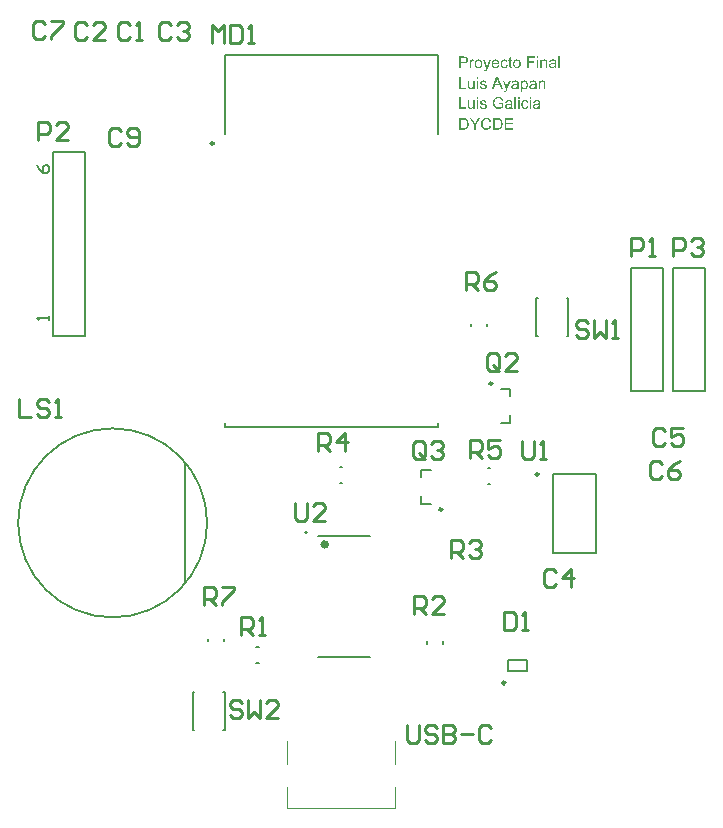
<source format=gbr>
%TF.GenerationSoftware,Altium Limited,Altium Designer,22.1.2 (22)*%
G04 Layer_Color=65535*
%FSLAX45Y45*%
%MOMM*%
%TF.SameCoordinates,487542E7-F005-4C77-86B1-A0AEE8F943D7*%
%TF.FilePolarity,Positive*%
%TF.FileFunction,Legend,Top*%
%TF.Part,Single*%
G01*
G75*
%TA.AperFunction,NonConductor*%
%ADD44C,0.25000*%
%ADD45C,0.30000*%
%ADD46C,0.20000*%
%ADD47C,0.15000*%
%ADD48C,0.12000*%
%ADD49C,0.25400*%
%ADD50C,0.15240*%
G36*
X10939969Y8381194D02*
X10941238Y8381053D01*
X10942789Y8380912D01*
X10944339Y8380771D01*
X10946172Y8380348D01*
X10949978Y8379502D01*
X10954207Y8378233D01*
X10956322Y8377387D01*
X10958295Y8376401D01*
X10960269Y8375132D01*
X10962242Y8373863D01*
X10962383Y8373722D01*
X10962665Y8373581D01*
X10963229Y8373158D01*
X10963934Y8372453D01*
X10964639Y8371749D01*
X10965626Y8370762D01*
X10966613Y8369634D01*
X10967740Y8368506D01*
X10968868Y8367097D01*
X10969996Y8365405D01*
X10971265Y8363713D01*
X10972392Y8361881D01*
X10973379Y8359766D01*
X10974507Y8357652D01*
X10975353Y8355396D01*
X10976199Y8352859D01*
X10963511Y8349898D01*
Y8350039D01*
X10963370Y8350321D01*
X10963088Y8350885D01*
X10962806Y8351590D01*
X10962524Y8352436D01*
X10962102Y8353563D01*
X10960974Y8355819D01*
X10959564Y8358356D01*
X10957872Y8360894D01*
X10955758Y8363290D01*
X10953502Y8365405D01*
X10953220Y8365687D01*
X10952375Y8366251D01*
X10950965Y8366956D01*
X10949132Y8367942D01*
X10946736Y8368788D01*
X10944057Y8369634D01*
X10940815Y8370198D01*
X10937291Y8370339D01*
X10936163D01*
X10935458Y8370198D01*
X10934471D01*
X10933344Y8370057D01*
X10930665Y8369634D01*
X10927705Y8369070D01*
X10924603Y8368083D01*
X10921361Y8366674D01*
X10918401Y8364841D01*
X10918260D01*
X10918119Y8364559D01*
X10917132Y8363854D01*
X10915863Y8362726D01*
X10914313Y8361035D01*
X10912480Y8358920D01*
X10910788Y8356524D01*
X10909238Y8353563D01*
X10907828Y8350321D01*
Y8350180D01*
X10907687Y8349898D01*
X10907546Y8349475D01*
X10907405Y8348770D01*
X10907123Y8347925D01*
X10906841Y8346938D01*
X10906418Y8344541D01*
X10905854Y8341722D01*
X10905291Y8338621D01*
X10905009Y8335237D01*
X10904868Y8331572D01*
Y8331431D01*
Y8331008D01*
Y8330303D01*
Y8329458D01*
X10905009Y8328471D01*
Y8327202D01*
X10905150Y8325792D01*
X10905291Y8324242D01*
X10905714Y8320858D01*
X10906418Y8317193D01*
X10907264Y8313528D01*
X10908392Y8309863D01*
Y8309722D01*
X10908533Y8309440D01*
X10908815Y8309017D01*
X10909097Y8308312D01*
X10909943Y8306620D01*
X10911211Y8304647D01*
X10912762Y8302391D01*
X10914736Y8299995D01*
X10916991Y8297880D01*
X10919670Y8295907D01*
X10919811D01*
X10920092Y8295766D01*
X10920515Y8295484D01*
X10921079Y8295202D01*
X10921784Y8294920D01*
X10922630Y8294497D01*
X10924603Y8293651D01*
X10927141Y8292805D01*
X10929960Y8292101D01*
X10933062Y8291537D01*
X10936304Y8291396D01*
X10937291D01*
X10938137Y8291537D01*
X10939123D01*
X10940110Y8291678D01*
X10942648Y8292241D01*
X10945608Y8292946D01*
X10948568Y8294074D01*
X10951670Y8295625D01*
X10953220Y8296471D01*
X10954630Y8297598D01*
X10954771Y8297739D01*
X10954912Y8297880D01*
X10955335Y8298303D01*
X10955899Y8298726D01*
X10956463Y8299431D01*
X10957168Y8300277D01*
X10958013Y8301123D01*
X10958718Y8302250D01*
X10959564Y8303519D01*
X10960551Y8304929D01*
X10961397Y8306338D01*
X10962242Y8308030D01*
X10962947Y8309863D01*
X10963652Y8311836D01*
X10964357Y8313951D01*
X10964921Y8316206D01*
X10977890Y8312964D01*
Y8312823D01*
X10977749Y8312259D01*
X10977467Y8311413D01*
X10977044Y8310286D01*
X10976621Y8309017D01*
X10976058Y8307466D01*
X10975353Y8305775D01*
X10974507Y8303942D01*
X10972533Y8299995D01*
X10969996Y8296048D01*
X10968445Y8294074D01*
X10966894Y8292101D01*
X10965203Y8290409D01*
X10963229Y8288717D01*
X10963088Y8288576D01*
X10962806Y8288294D01*
X10962102Y8288012D01*
X10961397Y8287448D01*
X10960269Y8286744D01*
X10959141Y8286039D01*
X10957590Y8285334D01*
X10956040Y8284629D01*
X10954207Y8283783D01*
X10952234Y8283078D01*
X10950119Y8282374D01*
X10947864Y8281669D01*
X10945467Y8281105D01*
X10942930Y8280823D01*
X10940251Y8280541D01*
X10937432Y8280400D01*
X10935881D01*
X10934753Y8280541D01*
X10933485D01*
X10931934Y8280682D01*
X10930242Y8280964D01*
X10928269Y8281246D01*
X10924181Y8281951D01*
X10919951Y8283078D01*
X10915722Y8284629D01*
X10913749Y8285616D01*
X10911775Y8286744D01*
X10911634Y8286885D01*
X10911352Y8287026D01*
X10910788Y8287448D01*
X10910225Y8288012D01*
X10909379Y8288576D01*
X10908392Y8289422D01*
X10907264Y8290409D01*
X10906136Y8291537D01*
X10905009Y8292805D01*
X10903740Y8294074D01*
X10901202Y8297316D01*
X10898806Y8301123D01*
X10896691Y8305352D01*
Y8305493D01*
X10896410Y8305916D01*
X10896269Y8306620D01*
X10895846Y8307466D01*
X10895564Y8308594D01*
X10895141Y8310004D01*
X10894577Y8311554D01*
X10894154Y8313246D01*
X10893731Y8315079D01*
X10893167Y8317193D01*
X10892462Y8321563D01*
X10891898Y8326497D01*
X10891617Y8331572D01*
Y8331713D01*
Y8332277D01*
Y8333123D01*
X10891757Y8334110D01*
Y8335519D01*
X10891898Y8336929D01*
X10892039Y8338762D01*
X10892321Y8340594D01*
X10893026Y8344682D01*
X10894013Y8349193D01*
X10895423Y8353704D01*
X10897396Y8358074D01*
X10897537Y8358215D01*
X10897678Y8358638D01*
X10897960Y8359202D01*
X10898524Y8359907D01*
X10899088Y8360894D01*
X10899793Y8362022D01*
X10901625Y8364559D01*
X10904022Y8367378D01*
X10906841Y8370198D01*
X10910084Y8373017D01*
X10913890Y8375414D01*
X10914031Y8375555D01*
X10914454Y8375696D01*
X10915018Y8375978D01*
X10915722Y8376401D01*
X10916850Y8376823D01*
X10917978Y8377246D01*
X10919388Y8377810D01*
X10920938Y8378374D01*
X10922630Y8378938D01*
X10924463Y8379502D01*
X10928410Y8380348D01*
X10932921Y8381053D01*
X10937573Y8381335D01*
X10938982D01*
X10939969Y8381194D01*
D02*
G37*
G36*
X10844814Y8323396D02*
Y8282092D01*
X10831845D01*
Y8323396D01*
X10794206Y8379643D01*
X10809854D01*
X10829026Y8350039D01*
Y8349898D01*
X10829308Y8349616D01*
X10829590Y8349193D01*
X10829872Y8348629D01*
X10830436Y8347925D01*
X10830999Y8347079D01*
X10832268Y8344964D01*
X10833819Y8342427D01*
X10835510Y8339607D01*
X10837343Y8336647D01*
X10839035Y8333546D01*
Y8333687D01*
X10839176Y8333969D01*
X10839458Y8334392D01*
X10839881Y8334955D01*
X10840303Y8335660D01*
X10840867Y8336506D01*
X10842136Y8338621D01*
X10843687Y8341158D01*
X10845519Y8344118D01*
X10847634Y8347361D01*
X10849889Y8350885D01*
X10868638Y8379643D01*
X10883722D01*
X10844814Y8323396D01*
D02*
G37*
G36*
X11162984Y8368083D02*
X11105327D01*
Y8338339D01*
X11159319D01*
Y8326779D01*
X11105327D01*
Y8293651D01*
X11165239D01*
Y8282092D01*
X11092358D01*
Y8379643D01*
X11162984D01*
Y8368083D01*
D02*
G37*
G36*
X11033855Y8379502D02*
X11036675Y8379361D01*
X11039494Y8379079D01*
X11042313Y8378656D01*
X11044710Y8378233D01*
X11044851D01*
X11045133Y8378092D01*
X11045556D01*
X11046120Y8377810D01*
X11047670Y8377387D01*
X11049644Y8376683D01*
X11051899Y8375696D01*
X11054296Y8374427D01*
X11056692Y8373017D01*
X11058948Y8371185D01*
X11059089Y8371044D01*
X11059230Y8370903D01*
X11059653Y8370480D01*
X11060217Y8370057D01*
X11061626Y8368647D01*
X11063318Y8366674D01*
X11065151Y8364277D01*
X11067124Y8361458D01*
X11068957Y8358215D01*
X11070507Y8354550D01*
Y8354409D01*
X11070648Y8354127D01*
X11070930Y8353563D01*
X11071071Y8352718D01*
X11071494Y8351731D01*
X11071776Y8350603D01*
X11072058Y8349334D01*
X11072481Y8347784D01*
X11072904Y8346233D01*
X11073186Y8344400D01*
X11073891Y8340453D01*
X11074314Y8336083D01*
X11074455Y8331290D01*
Y8331149D01*
Y8330867D01*
Y8330162D01*
Y8329458D01*
X11074314Y8328471D01*
Y8327343D01*
X11074173Y8324665D01*
X11073750Y8321563D01*
X11073327Y8318321D01*
X11072622Y8314938D01*
X11071776Y8311554D01*
Y8311413D01*
X11071635Y8311131D01*
X11071494Y8310709D01*
X11071353Y8310145D01*
X11070789Y8308594D01*
X11069944Y8306620D01*
X11069098Y8304365D01*
X11067970Y8302109D01*
X11066560Y8299713D01*
X11065151Y8297457D01*
X11065010Y8297175D01*
X11064446Y8296471D01*
X11063600Y8295484D01*
X11062472Y8294215D01*
X11061203Y8292805D01*
X11059653Y8291396D01*
X11058102Y8289845D01*
X11056269Y8288576D01*
X11055988Y8288435D01*
X11055424Y8288012D01*
X11054437Y8287448D01*
X11053027Y8286744D01*
X11051336Y8285898D01*
X11049362Y8285193D01*
X11047106Y8284347D01*
X11044569Y8283642D01*
X11044287D01*
X11043864Y8283501D01*
X11043441Y8283360D01*
X11042032Y8283219D01*
X11040058Y8282937D01*
X11037802Y8282656D01*
X11035124Y8282374D01*
X11032164Y8282233D01*
X11028921Y8282092D01*
X10993820D01*
Y8379643D01*
X11031318D01*
X11033855Y8379502D01*
D02*
G37*
G36*
X10746135D02*
X10748955Y8379361D01*
X10751774Y8379079D01*
X10754594Y8378656D01*
X10756990Y8378233D01*
X10757131D01*
X10757413Y8378092D01*
X10757836D01*
X10758400Y8377810D01*
X10759951Y8377387D01*
X10761924Y8376683D01*
X10764180Y8375696D01*
X10766576Y8374427D01*
X10768973Y8373017D01*
X10771228Y8371185D01*
X10771369Y8371044D01*
X10771510Y8370903D01*
X10771933Y8370480D01*
X10772497Y8370057D01*
X10773907Y8368647D01*
X10775598Y8366674D01*
X10777431Y8364277D01*
X10779404Y8361458D01*
X10781237Y8358215D01*
X10782788Y8354550D01*
Y8354409D01*
X10782929Y8354127D01*
X10783211Y8353563D01*
X10783352Y8352718D01*
X10783774Y8351731D01*
X10784056Y8350603D01*
X10784338Y8349334D01*
X10784761Y8347784D01*
X10785184Y8346233D01*
X10785466Y8344400D01*
X10786171Y8340453D01*
X10786594Y8336083D01*
X10786735Y8331290D01*
Y8331149D01*
Y8330867D01*
Y8330162D01*
Y8329458D01*
X10786594Y8328471D01*
Y8327343D01*
X10786453Y8324665D01*
X10786030Y8321563D01*
X10785607Y8318321D01*
X10784902Y8314938D01*
X10784056Y8311554D01*
Y8311413D01*
X10783915Y8311131D01*
X10783774Y8310709D01*
X10783633Y8310145D01*
X10783070Y8308594D01*
X10782224Y8306620D01*
X10781378Y8304365D01*
X10780250Y8302109D01*
X10778841Y8299713D01*
X10777431Y8297457D01*
X10777290Y8297175D01*
X10776726Y8296471D01*
X10775880Y8295484D01*
X10774752Y8294215D01*
X10773484Y8292805D01*
X10771933Y8291396D01*
X10770382Y8289845D01*
X10768550Y8288576D01*
X10768268Y8288435D01*
X10767704Y8288012D01*
X10766717Y8287448D01*
X10765307Y8286744D01*
X10763616Y8285898D01*
X10761642Y8285193D01*
X10759387Y8284347D01*
X10756849Y8283642D01*
X10756567D01*
X10756144Y8283501D01*
X10755721Y8283360D01*
X10754312Y8283219D01*
X10752338Y8282937D01*
X10750083Y8282656D01*
X10747404Y8282374D01*
X10744444Y8282233D01*
X10741202Y8282092D01*
X10706100D01*
Y8379643D01*
X10743598D01*
X10746135Y8379502D01*
D02*
G37*
G36*
X11315936Y8543769D02*
X11303954D01*
Y8557443D01*
X11315936D01*
Y8543769D01*
D02*
G37*
G36*
X11217398D02*
X11205416D01*
Y8557443D01*
X11217398D01*
Y8543769D01*
D02*
G37*
G36*
X10868779D02*
X10856797D01*
Y8557443D01*
X10868779D01*
Y8543769D01*
D02*
G37*
G36*
X11042877Y8558994D02*
X11044005D01*
X11046684Y8558712D01*
X11049644Y8558289D01*
X11052745Y8557584D01*
X11056129Y8556738D01*
X11059371Y8555610D01*
X11059512D01*
X11059794Y8555469D01*
X11060217Y8555328D01*
X11060781Y8555046D01*
X11062331Y8554201D01*
X11064305Y8553214D01*
X11066419Y8551804D01*
X11068675Y8550112D01*
X11070789Y8548280D01*
X11072763Y8546024D01*
X11073045Y8545742D01*
X11073609Y8544897D01*
X11074455Y8543628D01*
X11075582Y8541795D01*
X11076710Y8539540D01*
X11077979Y8536720D01*
X11079248Y8533619D01*
X11080234Y8530095D01*
X11068534Y8526993D01*
Y8527134D01*
X11068393Y8527275D01*
X11068252Y8527698D01*
X11068111Y8528262D01*
X11067688Y8529531D01*
X11067124Y8531222D01*
X11066278Y8533196D01*
X11065292Y8535029D01*
X11064305Y8537002D01*
X11063036Y8538694D01*
X11062895Y8538835D01*
X11062472Y8539399D01*
X11061626Y8540104D01*
X11060640Y8541090D01*
X11059371Y8542218D01*
X11057679Y8543346D01*
X11055847Y8544474D01*
X11053732Y8545460D01*
X11053450Y8545601D01*
X11052745Y8545883D01*
X11051476Y8546306D01*
X11049785Y8546870D01*
X11047811Y8547293D01*
X11045556Y8547716D01*
X11043018Y8547998D01*
X11040340Y8548139D01*
X11038789D01*
X11038084Y8547998D01*
X11037239D01*
X11035124Y8547857D01*
X11032727Y8547434D01*
X11030049Y8547011D01*
X11027512Y8546306D01*
X11024974Y8545319D01*
X11024692Y8545178D01*
X11023846Y8544897D01*
X11022719Y8544192D01*
X11021309Y8543487D01*
X11019617Y8542359D01*
X11017785Y8541231D01*
X11016093Y8539822D01*
X11014542Y8538271D01*
X11014401Y8538130D01*
X11013838Y8537566D01*
X11013133Y8536579D01*
X11012287Y8535452D01*
X11011300Y8534042D01*
X11010313Y8532350D01*
X11009326Y8530518D01*
X11008340Y8528544D01*
Y8528403D01*
X11008199Y8528121D01*
X11008058Y8527698D01*
X11007776Y8526993D01*
X11007494Y8526148D01*
X11007212Y8525161D01*
X11006789Y8524033D01*
X11006507Y8522764D01*
X11005802Y8519804D01*
X11005238Y8516421D01*
X11004815Y8512896D01*
X11004674Y8508949D01*
Y8508808D01*
Y8508385D01*
Y8507680D01*
X11004815Y8506835D01*
Y8505707D01*
X11004956Y8504297D01*
X11005097Y8502887D01*
X11005238Y8501337D01*
X11005802Y8497813D01*
X11006507Y8494147D01*
X11007635Y8490482D01*
X11009045Y8486958D01*
Y8486817D01*
X11009326Y8486535D01*
X11009467Y8486112D01*
X11009890Y8485548D01*
X11010877Y8483998D01*
X11012428Y8482024D01*
X11014260Y8479909D01*
X11016516Y8477795D01*
X11019194Y8475821D01*
X11022155Y8473989D01*
X11022296D01*
X11022578Y8473848D01*
X11023001Y8473566D01*
X11023705Y8473284D01*
X11024410Y8473002D01*
X11025397Y8472720D01*
X11027653Y8471874D01*
X11030472Y8471169D01*
X11033573Y8470464D01*
X11036957Y8469901D01*
X11040481Y8469760D01*
X11041891D01*
X11042736Y8469901D01*
X11043582D01*
X11045697Y8470182D01*
X11048234Y8470464D01*
X11050913Y8471028D01*
X11053873Y8471874D01*
X11056833Y8472861D01*
X11056974D01*
X11057256Y8473002D01*
X11057538Y8473143D01*
X11058102Y8473425D01*
X11059653Y8474130D01*
X11061344Y8474975D01*
X11063318Y8475962D01*
X11065433Y8477090D01*
X11067406Y8478359D01*
X11069098Y8479768D01*
Y8498095D01*
X11040340D01*
Y8509654D01*
X11081785D01*
Y8473425D01*
X11081644Y8473284D01*
X11081362Y8473143D01*
X11080798Y8472720D01*
X11080093Y8472156D01*
X11079248Y8471592D01*
X11078261Y8470887D01*
X11076992Y8470041D01*
X11075723Y8469196D01*
X11072763Y8467363D01*
X11069380Y8465389D01*
X11065855Y8463557D01*
X11062049Y8462006D01*
X11061908D01*
X11061626Y8461865D01*
X11061062Y8461724D01*
X11060358Y8461442D01*
X11059371Y8461160D01*
X11058243Y8460737D01*
X11056974Y8460456D01*
X11055706Y8460174D01*
X11052604Y8459469D01*
X11049080Y8458764D01*
X11045274Y8458341D01*
X11041327Y8458200D01*
X11039917D01*
X11038930Y8458341D01*
X11037661D01*
X11036111Y8458482D01*
X11034419Y8458764D01*
X11032587Y8458905D01*
X11028498Y8459751D01*
X11024128Y8460737D01*
X11019617Y8462288D01*
X11017362Y8463134D01*
X11015106Y8464262D01*
X11014965Y8464403D01*
X11014542Y8464544D01*
X11013978Y8464967D01*
X11013133Y8465389D01*
X11012146Y8466094D01*
X11011159Y8466799D01*
X11008481Y8468773D01*
X11005661Y8471310D01*
X11002701Y8474412D01*
X10999881Y8477936D01*
X10997344Y8482024D01*
Y8482165D01*
X10997062Y8482588D01*
X10996780Y8483152D01*
X10996357Y8484138D01*
X10995934Y8485125D01*
X10995511Y8486535D01*
X10994948Y8487945D01*
X10994384Y8489636D01*
X10993820Y8491469D01*
X10993256Y8493583D01*
X10992833Y8495698D01*
X10992410Y8497954D01*
X10991705Y8502887D01*
X10991423Y8508103D01*
Y8508244D01*
Y8508808D01*
Y8509513D01*
X10991564Y8510500D01*
Y8511769D01*
X10991705Y8513319D01*
X10991987Y8514870D01*
X10992128Y8516703D01*
X10992551Y8518676D01*
X10992833Y8520791D01*
X10993961Y8525302D01*
X10995370Y8529954D01*
X10997344Y8534606D01*
X10997485Y8534747D01*
X10997626Y8535170D01*
X10997908Y8535733D01*
X10998472Y8536579D01*
X10999036Y8537707D01*
X10999741Y8538835D01*
X11001714Y8541513D01*
X11004111Y8544615D01*
X11007071Y8547575D01*
X11010454Y8550535D01*
X11012428Y8551804D01*
X11014401Y8553073D01*
X11014542Y8553214D01*
X11014965Y8553355D01*
X11015529Y8553637D01*
X11016375Y8554060D01*
X11017503Y8554483D01*
X11018771Y8555046D01*
X11020181Y8555610D01*
X11021873Y8556174D01*
X11023705Y8556738D01*
X11025679Y8557161D01*
X11027794Y8557725D01*
X11030049Y8558148D01*
X11034983Y8558853D01*
X11037520Y8559135D01*
X11042032D01*
X11042877Y8558994D01*
D02*
G37*
G36*
X10913185Y8532068D02*
X10915299Y8531927D01*
X10917555Y8531645D01*
X10919951Y8531081D01*
X10922489Y8530518D01*
X10924885Y8529672D01*
X10925026D01*
X10925167Y8529531D01*
X10925872Y8529249D01*
X10927000Y8528685D01*
X10928410Y8527980D01*
X10929960Y8526993D01*
X10931511Y8525866D01*
X10932921Y8524597D01*
X10934189Y8523187D01*
X10934330Y8523046D01*
X10934612Y8522482D01*
X10935176Y8521496D01*
X10935881Y8520368D01*
X10936586Y8518676D01*
X10937291Y8516844D01*
X10937855Y8514729D01*
X10938419Y8512332D01*
X10926718Y8510782D01*
Y8511064D01*
X10926577Y8511628D01*
X10926295Y8512614D01*
X10925872Y8513883D01*
X10925167Y8515152D01*
X10924322Y8516562D01*
X10923335Y8517971D01*
X10921925Y8519240D01*
X10921784Y8519381D01*
X10921220Y8519663D01*
X10920374Y8520227D01*
X10919106Y8520791D01*
X10917696Y8521355D01*
X10915863Y8521918D01*
X10913608Y8522200D01*
X10911211Y8522341D01*
X10909802D01*
X10908392Y8522200D01*
X10906559Y8522059D01*
X10904727Y8521636D01*
X10902753Y8521214D01*
X10900921Y8520509D01*
X10899370Y8519522D01*
X10899229Y8519381D01*
X10898806Y8519099D01*
X10898242Y8518535D01*
X10897678Y8517689D01*
X10896973Y8516844D01*
X10896410Y8515716D01*
X10895987Y8514447D01*
X10895846Y8513178D01*
Y8513037D01*
Y8512755D01*
X10895987Y8512332D01*
Y8511769D01*
X10896410Y8510359D01*
X10897255Y8508949D01*
X10897396Y8508808D01*
X10897537Y8508667D01*
X10897819Y8508244D01*
X10898383Y8507821D01*
X10898947Y8507399D01*
X10899793Y8506835D01*
X10900780Y8506412D01*
X10901907Y8505848D01*
X10902048D01*
X10902330Y8505707D01*
X10902894Y8505566D01*
X10903881Y8505143D01*
X10905291Y8504720D01*
X10907123Y8504297D01*
X10908251Y8503874D01*
X10909520Y8503592D01*
X10910929Y8503169D01*
X10912480Y8502747D01*
X10912621D01*
X10913044Y8502606D01*
X10913749Y8502465D01*
X10914595Y8502183D01*
X10915581Y8501901D01*
X10916850Y8501619D01*
X10919529Y8500773D01*
X10922489Y8499927D01*
X10925449Y8498940D01*
X10928128Y8497954D01*
X10929256Y8497531D01*
X10930242Y8497108D01*
X10930524Y8496967D01*
X10931088Y8496685D01*
X10931934Y8496262D01*
X10933203Y8495557D01*
X10934471Y8494711D01*
X10935740Y8493583D01*
X10937009Y8492315D01*
X10938137Y8490905D01*
X10938278Y8490764D01*
X10938560Y8490200D01*
X10939123Y8489354D01*
X10939687Y8488086D01*
X10940110Y8486535D01*
X10940674Y8484843D01*
X10940956Y8482870D01*
X10941097Y8480614D01*
Y8480332D01*
Y8479627D01*
X10940956Y8478500D01*
X10940674Y8476949D01*
X10940251Y8475257D01*
X10939546Y8473425D01*
X10938701Y8471310D01*
X10937573Y8469337D01*
X10937432Y8469055D01*
X10936868Y8468491D01*
X10936163Y8467504D01*
X10935035Y8466376D01*
X10933485Y8465108D01*
X10931793Y8463698D01*
X10929819Y8462429D01*
X10927423Y8461160D01*
X10927282D01*
X10927141Y8461019D01*
X10926295Y8460737D01*
X10924885Y8460315D01*
X10923053Y8459751D01*
X10920797Y8459187D01*
X10918260Y8458764D01*
X10915581Y8458482D01*
X10912480Y8458341D01*
X10911211D01*
X10910225Y8458482D01*
X10909097D01*
X10907687Y8458623D01*
X10906277Y8458764D01*
X10904727Y8459046D01*
X10901343Y8459751D01*
X10897819Y8460737D01*
X10894436Y8462147D01*
X10892885Y8462993D01*
X10891476Y8463980D01*
X10891335Y8464121D01*
X10891194Y8464262D01*
X10890348Y8465108D01*
X10889079Y8466376D01*
X10887669Y8468350D01*
X10886119Y8470746D01*
X10884568Y8473566D01*
X10883299Y8477090D01*
X10882313Y8481037D01*
X10894154Y8482870D01*
Y8482729D01*
Y8482588D01*
X10894436Y8481742D01*
X10894718Y8480332D01*
X10895282Y8478782D01*
X10895987Y8477090D01*
X10896832Y8475257D01*
X10898101Y8473425D01*
X10899652Y8471874D01*
X10899934Y8471733D01*
X10900498Y8471310D01*
X10901625Y8470746D01*
X10903035Y8470041D01*
X10904868Y8469337D01*
X10906982Y8468773D01*
X10909520Y8468350D01*
X10912480Y8468209D01*
X10913890D01*
X10915299Y8468350D01*
X10917132Y8468632D01*
X10919106Y8469055D01*
X10921220Y8469619D01*
X10923053Y8470323D01*
X10924744Y8471451D01*
X10924885Y8471592D01*
X10925449Y8472015D01*
X10926013Y8472720D01*
X10926859Y8473707D01*
X10927564Y8474834D01*
X10928269Y8476244D01*
X10928692Y8477654D01*
X10928833Y8479345D01*
Y8479486D01*
Y8480050D01*
X10928692Y8480755D01*
X10928410Y8481742D01*
X10927987Y8482729D01*
X10927282Y8483716D01*
X10926436Y8484843D01*
X10925167Y8485689D01*
X10925026Y8485830D01*
X10924603Y8485971D01*
X10923899Y8486394D01*
X10922771Y8486817D01*
X10921079Y8487381D01*
X10920092Y8487804D01*
X10918965Y8488086D01*
X10917696Y8488509D01*
X10916286Y8488931D01*
X10914736Y8489354D01*
X10912903Y8489777D01*
X10912762D01*
X10912339Y8489918D01*
X10911634Y8490059D01*
X10910788Y8490341D01*
X10909661Y8490623D01*
X10908392Y8491046D01*
X10905714Y8491751D01*
X10902612Y8492738D01*
X10899652Y8493583D01*
X10896832Y8494570D01*
X10895564Y8495134D01*
X10894577Y8495557D01*
X10894295Y8495698D01*
X10893731Y8495980D01*
X10892885Y8496544D01*
X10891757Y8497249D01*
X10890489Y8498235D01*
X10889220Y8499363D01*
X10887951Y8500632D01*
X10886824Y8502183D01*
X10886683Y8502324D01*
X10886401Y8502887D01*
X10885978Y8503874D01*
X10885555Y8505002D01*
X10885132Y8506412D01*
X10884709Y8508103D01*
X10884427Y8509795D01*
X10884286Y8511769D01*
Y8512051D01*
Y8512614D01*
X10884427Y8513460D01*
X10884568Y8514729D01*
X10884850Y8515998D01*
X10885132Y8517548D01*
X10885696Y8518958D01*
X10886401Y8520509D01*
X10886542Y8520650D01*
X10886824Y8521214D01*
X10887246Y8521918D01*
X10887951Y8522905D01*
X10888797Y8523892D01*
X10889784Y8525161D01*
X10890912Y8526289D01*
X10892321Y8527275D01*
X10892462Y8527416D01*
X10892885Y8527557D01*
X10893449Y8527980D01*
X10894295Y8528403D01*
X10895423Y8528967D01*
X10896691Y8529531D01*
X10898242Y8530095D01*
X10899934Y8530659D01*
X10900216Y8530800D01*
X10900780Y8530941D01*
X10901766Y8531222D01*
X10903035Y8531504D01*
X10904586Y8531786D01*
X10906277Y8531927D01*
X10908251Y8532209D01*
X10911634D01*
X10913185Y8532068D01*
D02*
G37*
G36*
X11266315D02*
X11267161D01*
X11268288Y8531927D01*
X11270967Y8531504D01*
X11273927Y8530800D01*
X11277028Y8529672D01*
X11280130Y8528262D01*
X11283090Y8526289D01*
X11283231D01*
X11283372Y8526007D01*
X11284218Y8525161D01*
X11285487Y8523892D01*
X11287037Y8522059D01*
X11288588Y8519804D01*
X11290139Y8516984D01*
X11291548Y8513742D01*
X11292535Y8509936D01*
X11280835Y8508103D01*
Y8508244D01*
X11280694Y8508385D01*
X11280553Y8509231D01*
X11280130Y8510500D01*
X11279425Y8512051D01*
X11278720Y8513742D01*
X11277592Y8515575D01*
X11276324Y8517266D01*
X11274914Y8518676D01*
X11274773Y8518817D01*
X11274209Y8519240D01*
X11273222Y8519804D01*
X11272095Y8520509D01*
X11270544Y8521214D01*
X11268852Y8521777D01*
X11266879Y8522200D01*
X11264764Y8522341D01*
X11263918D01*
X11263213Y8522200D01*
X11261663Y8522059D01*
X11259548Y8521496D01*
X11257293Y8520791D01*
X11254755Y8519663D01*
X11252359Y8517971D01*
X11251231Y8516984D01*
X11250103Y8515857D01*
Y8515716D01*
X11249821Y8515575D01*
X11249539Y8515152D01*
X11249257Y8514588D01*
X11248834Y8513883D01*
X11248271Y8513037D01*
X11247848Y8512051D01*
X11247284Y8510923D01*
X11246720Y8509513D01*
X11246297Y8507962D01*
X11245733Y8506271D01*
X11245310Y8504438D01*
X11245028Y8502465D01*
X11244746Y8500209D01*
X11244464Y8497813D01*
Y8495275D01*
Y8495134D01*
Y8494711D01*
Y8493865D01*
X11244605Y8493020D01*
Y8491751D01*
X11244746Y8490482D01*
X11245169Y8487381D01*
X11245733Y8483998D01*
X11246720Y8480473D01*
X11247989Y8477372D01*
X11248834Y8475821D01*
X11249821Y8474553D01*
X11250103Y8474271D01*
X11250808Y8473566D01*
X11252077Y8472579D01*
X11253627Y8471451D01*
X11255742Y8470182D01*
X11258139Y8469196D01*
X11260958Y8468491D01*
X11262509Y8468350D01*
X11264059Y8468209D01*
X11264341D01*
X11265187Y8468350D01*
X11266597Y8468491D01*
X11268147Y8468773D01*
X11269980Y8469196D01*
X11271954Y8470041D01*
X11273927Y8471028D01*
X11275760Y8472438D01*
X11276042Y8472579D01*
X11276465Y8473284D01*
X11277310Y8474271D01*
X11278297Y8475821D01*
X11279284Y8477654D01*
X11280412Y8479909D01*
X11281258Y8482729D01*
X11281821Y8485830D01*
X11293663Y8484279D01*
Y8484138D01*
X11293522Y8483716D01*
X11293381Y8483152D01*
X11293240Y8482306D01*
X11292958Y8481178D01*
X11292676Y8480050D01*
X11291689Y8477231D01*
X11290421Y8474271D01*
X11288588Y8471028D01*
X11286333Y8467927D01*
X11285064Y8466517D01*
X11283654Y8465108D01*
X11283513Y8464967D01*
X11283231Y8464826D01*
X11282808Y8464544D01*
X11282244Y8464121D01*
X11281540Y8463557D01*
X11280553Y8462993D01*
X11279425Y8462429D01*
X11278297Y8461724D01*
X11275478Y8460456D01*
X11272095Y8459469D01*
X11268429Y8458623D01*
X11266315Y8458482D01*
X11264200Y8458341D01*
X11262791D01*
X11261804Y8458482D01*
X11260535Y8458623D01*
X11259125Y8458905D01*
X11257575Y8459187D01*
X11255883Y8459469D01*
X11252077Y8460596D01*
X11250244Y8461442D01*
X11248271Y8462288D01*
X11246297Y8463416D01*
X11244464Y8464685D01*
X11242632Y8466094D01*
X11240940Y8467786D01*
X11240799Y8467927D01*
X11240517Y8468209D01*
X11240094Y8468773D01*
X11239530Y8469478D01*
X11238967Y8470464D01*
X11238121Y8471733D01*
X11237416Y8473143D01*
X11236570Y8474693D01*
X11235724Y8476526D01*
X11235019Y8478641D01*
X11234174Y8480755D01*
X11233610Y8483293D01*
X11233046Y8485830D01*
X11232623Y8488790D01*
X11232341Y8491751D01*
X11232200Y8494993D01*
Y8495134D01*
Y8495557D01*
Y8496121D01*
Y8496967D01*
X11232341Y8497954D01*
Y8499081D01*
X11232482Y8500350D01*
X11232623Y8501760D01*
X11233046Y8504861D01*
X11233751Y8508244D01*
X11234597Y8511628D01*
X11235865Y8515011D01*
Y8515152D01*
X11236006Y8515434D01*
X11236288Y8515857D01*
X11236570Y8516421D01*
X11237416Y8517971D01*
X11238685Y8519804D01*
X11240376Y8521918D01*
X11242350Y8524033D01*
X11244746Y8526148D01*
X11247425Y8527839D01*
X11247566D01*
X11247848Y8527980D01*
X11248271Y8528262D01*
X11248834Y8528544D01*
X11249539Y8528826D01*
X11250385Y8529249D01*
X11252500Y8530095D01*
X11254896Y8530800D01*
X11257857Y8531504D01*
X11260958Y8532068D01*
X11264341Y8532209D01*
X11265469D01*
X11266315Y8532068D01*
D02*
G37*
G36*
X10838048Y8459892D02*
X10827334D01*
Y8470182D01*
X10827193Y8470041D01*
X10826911Y8469619D01*
X10826488Y8469055D01*
X10825784Y8468350D01*
X10824938Y8467504D01*
X10823951Y8466376D01*
X10822823Y8465389D01*
X10821413Y8464262D01*
X10819863Y8463134D01*
X10818171Y8462147D01*
X10816339Y8461160D01*
X10814365Y8460174D01*
X10812109Y8459469D01*
X10809854Y8458905D01*
X10807316Y8458482D01*
X10804779Y8458341D01*
X10803792D01*
X10802523Y8458482D01*
X10800973Y8458623D01*
X10799140Y8458905D01*
X10797167Y8459328D01*
X10795193Y8459892D01*
X10793078Y8460737D01*
X10792797Y8460878D01*
X10792233Y8461160D01*
X10791246Y8461724D01*
X10790118Y8462429D01*
X10788708Y8463275D01*
X10787440Y8464262D01*
X10786171Y8465389D01*
X10785043Y8466658D01*
X10784902Y8466799D01*
X10784620Y8467363D01*
X10784197Y8468068D01*
X10783633Y8469196D01*
X10782929Y8470464D01*
X10782365Y8472015D01*
X10781801Y8473707D01*
X10781378Y8475539D01*
Y8475680D01*
X10781237Y8476244D01*
X10781096Y8477090D01*
Y8478218D01*
X10780955Y8479909D01*
X10780814Y8481742D01*
X10780673Y8484138D01*
Y8486817D01*
Y8530659D01*
X10792656D01*
Y8491328D01*
Y8491187D01*
Y8490905D01*
Y8490482D01*
Y8489777D01*
Y8488227D01*
X10792797Y8486253D01*
Y8484138D01*
X10792938Y8482024D01*
X10793078Y8480191D01*
X10793360Y8478641D01*
Y8478500D01*
X10793642Y8477936D01*
X10793924Y8477090D01*
X10794347Y8475962D01*
X10795052Y8474834D01*
X10795898Y8473566D01*
X10796885Y8472438D01*
X10798153Y8471310D01*
X10798294Y8471169D01*
X10798858Y8470887D01*
X10799563Y8470464D01*
X10800691Y8470041D01*
X10801960Y8469478D01*
X10803510Y8469055D01*
X10805202Y8468773D01*
X10807175Y8468632D01*
X10808162D01*
X10809149Y8468773D01*
X10810418Y8468914D01*
X10811968Y8469337D01*
X10813660Y8469760D01*
X10815493Y8470464D01*
X10817325Y8471310D01*
X10817607Y8471451D01*
X10818171Y8471874D01*
X10819017Y8472438D01*
X10820004Y8473284D01*
X10821132Y8474412D01*
X10822259Y8475680D01*
X10823246Y8477090D01*
X10824092Y8478782D01*
X10824233Y8479064D01*
X10824374Y8479627D01*
X10824656Y8480755D01*
X10825079Y8482306D01*
X10825502Y8484279D01*
X10825784Y8486676D01*
X10825924Y8489495D01*
X10826065Y8492738D01*
Y8530659D01*
X10838048D01*
Y8459892D01*
D02*
G37*
G36*
X11367249Y8532068D02*
X11369364Y8531927D01*
X11371760Y8531645D01*
X11374157Y8531222D01*
X11376553Y8530659D01*
X11378809Y8529954D01*
X11379091Y8529813D01*
X11379796Y8529531D01*
X11380782Y8529108D01*
X11382051Y8528544D01*
X11383461Y8527698D01*
X11384871Y8526852D01*
X11386139Y8525725D01*
X11387267Y8524597D01*
X11387408Y8524456D01*
X11387690Y8524033D01*
X11388113Y8523328D01*
X11388677Y8522482D01*
X11389382Y8521214D01*
X11389945Y8519945D01*
X11390509Y8518394D01*
X11390932Y8516562D01*
Y8516421D01*
X11391073Y8515998D01*
X11391214Y8515152D01*
X11391355Y8514024D01*
Y8512473D01*
X11391496Y8510641D01*
X11391637Y8508244D01*
Y8505566D01*
Y8489495D01*
Y8489354D01*
Y8488790D01*
Y8487945D01*
Y8486817D01*
Y8485548D01*
Y8483998D01*
X11391778Y8480614D01*
Y8477090D01*
X11391919Y8473566D01*
X11392060Y8472015D01*
Y8470605D01*
X11392201Y8469337D01*
X11392342Y8468350D01*
Y8468209D01*
X11392483Y8467645D01*
X11392624Y8466799D01*
X11393047Y8465671D01*
X11393329Y8464403D01*
X11393893Y8462993D01*
X11394597Y8461442D01*
X11395302Y8459892D01*
X11382756D01*
X11382615Y8460033D01*
X11382474Y8460596D01*
X11382192Y8461301D01*
X11381769Y8462429D01*
X11381346Y8463698D01*
X11381064Y8465248D01*
X11380782Y8466940D01*
X11380500Y8468773D01*
X11380360D01*
X11380219Y8468491D01*
X11379373Y8467786D01*
X11378104Y8466799D01*
X11376412Y8465530D01*
X11374298Y8464262D01*
X11372183Y8462852D01*
X11369928Y8461583D01*
X11367531Y8460596D01*
X11367249Y8460456D01*
X11366403Y8460315D01*
X11365135Y8459892D01*
X11363584Y8459469D01*
X11361611Y8459046D01*
X11359355Y8458764D01*
X11356818Y8458482D01*
X11354280Y8458341D01*
X11353152D01*
X11352306Y8458482D01*
X11351320D01*
X11350192Y8458623D01*
X11347654Y8459046D01*
X11344835Y8459751D01*
X11341734Y8460737D01*
X11338914Y8462147D01*
X11336377Y8463980D01*
X11336095Y8464262D01*
X11335390Y8464967D01*
X11334403Y8466235D01*
X11333276Y8467927D01*
X11332148Y8470041D01*
X11331161Y8472438D01*
X11330456Y8475398D01*
X11330315Y8476808D01*
X11330174Y8478500D01*
Y8478782D01*
Y8479345D01*
X11330315Y8480332D01*
X11330456Y8481601D01*
X11330738Y8483152D01*
X11331161Y8484702D01*
X11331725Y8486394D01*
X11332430Y8487945D01*
X11332571Y8488086D01*
X11332853Y8488650D01*
X11333416Y8489495D01*
X11334121Y8490482D01*
X11334967Y8491610D01*
X11336095Y8492738D01*
X11337223Y8493865D01*
X11338632Y8494852D01*
X11338773Y8494993D01*
X11339337Y8495275D01*
X11340042Y8495839D01*
X11341170Y8496403D01*
X11342439Y8496967D01*
X11343989Y8497672D01*
X11345540Y8498235D01*
X11347373Y8498799D01*
X11347513D01*
X11348077Y8498940D01*
X11348923Y8499222D01*
X11350051Y8499363D01*
X11351461Y8499645D01*
X11353293Y8499927D01*
X11355408Y8500350D01*
X11357945Y8500632D01*
X11358086D01*
X11358650Y8500773D01*
X11359355D01*
X11360342Y8500914D01*
X11361470Y8501055D01*
X11362879Y8501337D01*
X11364430Y8501478D01*
X11366122Y8501760D01*
X11369505Y8502465D01*
X11373170Y8503169D01*
X11376412Y8504015D01*
X11377963Y8504438D01*
X11379373Y8504861D01*
Y8505002D01*
Y8505284D01*
X11379514Y8506130D01*
Y8507117D01*
Y8507680D01*
Y8507962D01*
Y8508103D01*
Y8508244D01*
Y8509090D01*
X11379373Y8510500D01*
X11379091Y8512051D01*
X11378668Y8513742D01*
X11377963Y8515434D01*
X11377117Y8516984D01*
X11375989Y8518253D01*
X11375848Y8518394D01*
X11375144Y8518958D01*
X11374016Y8519522D01*
X11372606Y8520368D01*
X11370633Y8521073D01*
X11368377Y8521777D01*
X11365558Y8522200D01*
X11362315Y8522341D01*
X11360906D01*
X11359496Y8522200D01*
X11357522Y8521918D01*
X11355549Y8521636D01*
X11353434Y8521073D01*
X11351461Y8520368D01*
X11349769Y8519381D01*
X11349628Y8519240D01*
X11349064Y8518817D01*
X11348359Y8518112D01*
X11347513Y8516984D01*
X11346668Y8515575D01*
X11345681Y8513742D01*
X11344835Y8511487D01*
X11343989Y8508949D01*
X11332289Y8510500D01*
Y8510641D01*
X11332430Y8510782D01*
Y8511205D01*
X11332571Y8511769D01*
X11332994Y8513037D01*
X11333557Y8514870D01*
X11334262Y8516703D01*
X11335108Y8518676D01*
X11336236Y8520650D01*
X11337505Y8522482D01*
X11337646Y8522623D01*
X11338209Y8523187D01*
X11339055Y8524033D01*
X11340183Y8525161D01*
X11341734Y8526289D01*
X11343566Y8527416D01*
X11345681Y8528685D01*
X11348077Y8529672D01*
X11348218D01*
X11348359Y8529813D01*
X11348782Y8529954D01*
X11349346Y8530095D01*
X11350756Y8530518D01*
X11352729Y8530941D01*
X11354985Y8531363D01*
X11357804Y8531786D01*
X11360765Y8532068D01*
X11364148Y8532209D01*
X11365699D01*
X11367249Y8532068D01*
D02*
G37*
G36*
X11315936Y8459892D02*
X11303954D01*
Y8530659D01*
X11315936D01*
Y8459892D01*
D02*
G37*
G36*
X11217398D02*
X11205416D01*
Y8530659D01*
X11217398D01*
Y8459892D01*
D02*
G37*
G36*
X11186808D02*
X11174825D01*
Y8557443D01*
X11186808D01*
Y8459892D01*
D02*
G37*
G36*
X11132252Y8532068D02*
X11134367Y8531927D01*
X11136763Y8531645D01*
X11139160Y8531222D01*
X11141556Y8530659D01*
X11143812Y8529954D01*
X11144094Y8529813D01*
X11144799Y8529531D01*
X11145785Y8529108D01*
X11147054Y8528544D01*
X11148464Y8527698D01*
X11149874Y8526852D01*
X11151142Y8525725D01*
X11152270Y8524597D01*
X11152411Y8524456D01*
X11152693Y8524033D01*
X11153116Y8523328D01*
X11153680Y8522482D01*
X11154385Y8521214D01*
X11154948Y8519945D01*
X11155512Y8518394D01*
X11155935Y8516562D01*
Y8516421D01*
X11156076Y8515998D01*
X11156217Y8515152D01*
X11156358Y8514024D01*
Y8512473D01*
X11156499Y8510641D01*
X11156640Y8508244D01*
Y8505566D01*
Y8489495D01*
Y8489354D01*
Y8488790D01*
Y8487945D01*
Y8486817D01*
Y8485548D01*
Y8483998D01*
X11156781Y8480614D01*
Y8477090D01*
X11156922Y8473566D01*
X11157063Y8472015D01*
Y8470605D01*
X11157204Y8469337D01*
X11157345Y8468350D01*
Y8468209D01*
X11157486Y8467645D01*
X11157627Y8466799D01*
X11158050Y8465671D01*
X11158332Y8464403D01*
X11158896Y8462993D01*
X11159600Y8461442D01*
X11160305Y8459892D01*
X11147759D01*
X11147618Y8460033D01*
X11147477Y8460596D01*
X11147195Y8461301D01*
X11146772Y8462429D01*
X11146349Y8463698D01*
X11146067Y8465248D01*
X11145785Y8466940D01*
X11145503Y8468773D01*
X11145363D01*
X11145222Y8468491D01*
X11144376Y8467786D01*
X11143107Y8466799D01*
X11141415Y8465530D01*
X11139301Y8464262D01*
X11137186Y8462852D01*
X11134931Y8461583D01*
X11132534Y8460596D01*
X11132252Y8460456D01*
X11131406Y8460315D01*
X11130138Y8459892D01*
X11128587Y8459469D01*
X11126614Y8459046D01*
X11124358Y8458764D01*
X11121821Y8458482D01*
X11119283Y8458341D01*
X11118155D01*
X11117309Y8458482D01*
X11116323D01*
X11115195Y8458623D01*
X11112657Y8459046D01*
X11109838Y8459751D01*
X11106737Y8460737D01*
X11103917Y8462147D01*
X11101380Y8463980D01*
X11101098Y8464262D01*
X11100393Y8464967D01*
X11099406Y8466235D01*
X11098279Y8467927D01*
X11097151Y8470041D01*
X11096164Y8472438D01*
X11095459Y8475398D01*
X11095318Y8476808D01*
X11095177Y8478500D01*
Y8478782D01*
Y8479345D01*
X11095318Y8480332D01*
X11095459Y8481601D01*
X11095741Y8483152D01*
X11096164Y8484702D01*
X11096728Y8486394D01*
X11097433Y8487945D01*
X11097574Y8488086D01*
X11097856Y8488650D01*
X11098420Y8489495D01*
X11099124Y8490482D01*
X11099970Y8491610D01*
X11101098Y8492738D01*
X11102226Y8493865D01*
X11103635Y8494852D01*
X11103776Y8494993D01*
X11104340Y8495275D01*
X11105045Y8495839D01*
X11106173Y8496403D01*
X11107442Y8496967D01*
X11108992Y8497672D01*
X11110543Y8498235D01*
X11112376Y8498799D01*
X11112517D01*
X11113080Y8498940D01*
X11113926Y8499222D01*
X11115054Y8499363D01*
X11116464Y8499645D01*
X11118296Y8499927D01*
X11120411Y8500350D01*
X11122948Y8500632D01*
X11123089D01*
X11123653Y8500773D01*
X11124358D01*
X11125345Y8500914D01*
X11126473Y8501055D01*
X11127882Y8501337D01*
X11129433Y8501478D01*
X11131125Y8501760D01*
X11134508Y8502465D01*
X11138173Y8503169D01*
X11141415Y8504015D01*
X11142966Y8504438D01*
X11144376Y8504861D01*
Y8505002D01*
Y8505284D01*
X11144517Y8506130D01*
Y8507117D01*
Y8507680D01*
Y8507962D01*
Y8508103D01*
Y8508244D01*
Y8509090D01*
X11144376Y8510500D01*
X11144094Y8512051D01*
X11143671Y8513742D01*
X11142966Y8515434D01*
X11142120Y8516984D01*
X11140992Y8518253D01*
X11140851Y8518394D01*
X11140147Y8518958D01*
X11139019Y8519522D01*
X11137609Y8520368D01*
X11135636Y8521073D01*
X11133380Y8521777D01*
X11130561Y8522200D01*
X11127318Y8522341D01*
X11125909D01*
X11124499Y8522200D01*
X11122525Y8521918D01*
X11120552Y8521636D01*
X11118437Y8521073D01*
X11116464Y8520368D01*
X11114772Y8519381D01*
X11114631Y8519240D01*
X11114067Y8518817D01*
X11113362Y8518112D01*
X11112517Y8516984D01*
X11111671Y8515575D01*
X11110684Y8513742D01*
X11109838Y8511487D01*
X11108992Y8508949D01*
X11097292Y8510500D01*
Y8510641D01*
X11097433Y8510782D01*
Y8511205D01*
X11097574Y8511769D01*
X11097997Y8513037D01*
X11098560Y8514870D01*
X11099265Y8516703D01*
X11100111Y8518676D01*
X11101239Y8520650D01*
X11102508Y8522482D01*
X11102649Y8522623D01*
X11103212Y8523187D01*
X11104058Y8524033D01*
X11105186Y8525161D01*
X11106737Y8526289D01*
X11108569Y8527416D01*
X11110684Y8528685D01*
X11113080Y8529672D01*
X11113221D01*
X11113362Y8529813D01*
X11113785Y8529954D01*
X11114349Y8530095D01*
X11115759Y8530518D01*
X11117732Y8530941D01*
X11119988Y8531363D01*
X11122807Y8531786D01*
X11125768Y8532068D01*
X11129151Y8532209D01*
X11130702D01*
X11132252Y8532068D01*
D02*
G37*
G36*
X10868779Y8459892D02*
X10856797D01*
Y8530659D01*
X10868779D01*
Y8459892D01*
D02*
G37*
G36*
X10719069Y8471451D02*
X10767140D01*
Y8459892D01*
X10706100D01*
Y8557443D01*
X10719069D01*
Y8471451D01*
D02*
G37*
G36*
X10868779Y8710394D02*
X10856797D01*
Y8724068D01*
X10868779D01*
Y8710394D01*
D02*
G37*
G36*
X11261804Y8698694D02*
X11262791Y8698553D01*
X11264905Y8698271D01*
X11267443Y8697707D01*
X11270121Y8696861D01*
X11272799Y8695592D01*
X11275478Y8694042D01*
X11275619D01*
X11275760Y8693760D01*
X11276606Y8693196D01*
X11277874Y8692068D01*
X11279425Y8690658D01*
X11281117Y8688826D01*
X11282808Y8686570D01*
X11284500Y8683892D01*
X11285910Y8680931D01*
Y8680790D01*
X11286051Y8680508D01*
X11286192Y8680086D01*
X11286473Y8679522D01*
X11286755Y8678676D01*
X11287037Y8677689D01*
X11287742Y8675433D01*
X11288447Y8672614D01*
X11289011Y8669513D01*
X11289434Y8665989D01*
X11289575Y8662323D01*
Y8662182D01*
Y8661900D01*
Y8661336D01*
Y8660491D01*
X11289434Y8659504D01*
Y8658376D01*
X11289152Y8655839D01*
X11288588Y8652737D01*
X11287883Y8649495D01*
X11286896Y8646112D01*
X11285628Y8642728D01*
Y8642587D01*
X11285487Y8642306D01*
X11285205Y8641883D01*
X11284923Y8641319D01*
X11283936Y8639768D01*
X11282667Y8637795D01*
X11281117Y8635680D01*
X11279143Y8633565D01*
X11276888Y8631451D01*
X11274209Y8629477D01*
X11274068D01*
X11273927Y8629336D01*
X11273504Y8629054D01*
X11272940Y8628772D01*
X11271531Y8628068D01*
X11269557Y8627222D01*
X11267161Y8626376D01*
X11264623Y8625671D01*
X11261663Y8625107D01*
X11258702Y8624966D01*
X11257716D01*
X11256588Y8625107D01*
X11255178Y8625248D01*
X11253487Y8625530D01*
X11251654Y8625953D01*
X11249821Y8626517D01*
X11247989Y8627363D01*
X11247848Y8627504D01*
X11247143Y8627786D01*
X11246297Y8628350D01*
X11245169Y8629195D01*
X11244042Y8630041D01*
X11242632Y8631169D01*
X11241363Y8632438D01*
X11240235Y8633847D01*
Y8599451D01*
X11228253D01*
Y8697284D01*
X11239108D01*
Y8687980D01*
X11239249Y8688262D01*
X11239812Y8688826D01*
X11240517Y8689812D01*
X11241645Y8690940D01*
X11242914Y8692350D01*
X11244323Y8693619D01*
X11246015Y8694887D01*
X11247707Y8696015D01*
X11247989Y8696156D01*
X11248553Y8696438D01*
X11249680Y8696861D01*
X11251090Y8697425D01*
X11252782Y8697989D01*
X11254755Y8698412D01*
X11257011Y8698694D01*
X11259548Y8698835D01*
X11261099D01*
X11261804Y8698694D01*
D02*
G37*
G36*
X11415320D02*
X11416871Y8698553D01*
X11418703Y8698271D01*
X11420677Y8697848D01*
X11422791Y8697284D01*
X11424765Y8696438D01*
X11425047Y8696297D01*
X11425611Y8696015D01*
X11426598Y8695592D01*
X11427725Y8694887D01*
X11429135Y8694042D01*
X11430404Y8692914D01*
X11431673Y8691786D01*
X11432800Y8690376D01*
X11432941Y8690235D01*
X11433223Y8689671D01*
X11433646Y8688967D01*
X11434351Y8687980D01*
X11434915Y8686570D01*
X11435479Y8685160D01*
X11436184Y8683469D01*
X11436607Y8681636D01*
Y8681495D01*
X11436748Y8680931D01*
X11436888Y8680086D01*
X11437029Y8678958D01*
Y8677266D01*
X11437170Y8675293D01*
X11437311Y8672896D01*
Y8669936D01*
Y8626517D01*
X11425329D01*
Y8669372D01*
Y8669513D01*
Y8669654D01*
Y8670641D01*
Y8671909D01*
X11425188Y8673460D01*
X11425047Y8675293D01*
X11424765Y8677125D01*
X11424342Y8678817D01*
X11423919Y8680367D01*
Y8680508D01*
X11423637Y8680931D01*
X11423214Y8681636D01*
X11422791Y8682482D01*
X11422087Y8683328D01*
X11421241Y8684315D01*
X11420113Y8685301D01*
X11418844Y8686147D01*
X11418703Y8686288D01*
X11418280Y8686570D01*
X11417435Y8686852D01*
X11416448Y8687275D01*
X11415320Y8687698D01*
X11413910Y8688121D01*
X11412219Y8688262D01*
X11410527Y8688403D01*
X11409822D01*
X11409258Y8688262D01*
X11407849Y8688121D01*
X11406016Y8687839D01*
X11404042Y8687134D01*
X11401787Y8686288D01*
X11399531Y8685160D01*
X11397417Y8683469D01*
X11397135Y8683187D01*
X11396571Y8682482D01*
X11396148Y8681918D01*
X11395725Y8681213D01*
X11395161Y8680367D01*
X11394738Y8679381D01*
X11394175Y8678253D01*
X11393611Y8676843D01*
X11393188Y8675293D01*
X11392765Y8673601D01*
X11392483Y8671768D01*
X11392201Y8669795D01*
X11391919Y8667398D01*
Y8665002D01*
Y8626517D01*
X11379937D01*
Y8697284D01*
X11390650D01*
Y8687134D01*
X11390791Y8687275D01*
X11391073Y8687698D01*
X11391496Y8688262D01*
X11392060Y8688967D01*
X11392906Y8689812D01*
X11393893Y8690799D01*
X11395020Y8691927D01*
X11396430Y8693055D01*
X11397840Y8694042D01*
X11399531Y8695169D01*
X11401364Y8696156D01*
X11403338Y8697002D01*
X11405593Y8697707D01*
X11407849Y8698271D01*
X11410386Y8698694D01*
X11413065Y8698835D01*
X11414192D01*
X11415320Y8698694D01*
D02*
G37*
G36*
X10913185D02*
X10915299Y8698553D01*
X10917555Y8698271D01*
X10919951Y8697707D01*
X10922489Y8697143D01*
X10924885Y8696297D01*
X10925026D01*
X10925167Y8696156D01*
X10925872Y8695874D01*
X10927000Y8695310D01*
X10928410Y8694605D01*
X10929960Y8693619D01*
X10931511Y8692491D01*
X10932921Y8691222D01*
X10934189Y8689812D01*
X10934330Y8689671D01*
X10934612Y8689108D01*
X10935176Y8688121D01*
X10935881Y8686993D01*
X10936586Y8685301D01*
X10937291Y8683469D01*
X10937855Y8681354D01*
X10938419Y8678958D01*
X10926718Y8677407D01*
Y8677689D01*
X10926577Y8678253D01*
X10926295Y8679240D01*
X10925872Y8680508D01*
X10925167Y8681777D01*
X10924322Y8683187D01*
X10923335Y8684597D01*
X10921925Y8685865D01*
X10921784Y8686006D01*
X10921220Y8686288D01*
X10920374Y8686852D01*
X10919106Y8687416D01*
X10917696Y8687980D01*
X10915863Y8688544D01*
X10913608Y8688826D01*
X10911211Y8688967D01*
X10909802D01*
X10908392Y8688826D01*
X10906559Y8688685D01*
X10904727Y8688262D01*
X10902753Y8687839D01*
X10900921Y8687134D01*
X10899370Y8686147D01*
X10899229Y8686006D01*
X10898806Y8685724D01*
X10898242Y8685160D01*
X10897678Y8684315D01*
X10896973Y8683469D01*
X10896410Y8682341D01*
X10895987Y8681072D01*
X10895846Y8679804D01*
Y8679663D01*
Y8679381D01*
X10895987Y8678958D01*
Y8678394D01*
X10896410Y8676984D01*
X10897255Y8675574D01*
X10897396Y8675433D01*
X10897537Y8675293D01*
X10897819Y8674870D01*
X10898383Y8674447D01*
X10898947Y8674024D01*
X10899793Y8673460D01*
X10900780Y8673037D01*
X10901907Y8672473D01*
X10902048D01*
X10902330Y8672332D01*
X10902894Y8672191D01*
X10903881Y8671768D01*
X10905291Y8671345D01*
X10907123Y8670922D01*
X10908251Y8670500D01*
X10909520Y8670218D01*
X10910929Y8669795D01*
X10912480Y8669372D01*
X10912621D01*
X10913044Y8669231D01*
X10913749Y8669090D01*
X10914595Y8668808D01*
X10915581Y8668526D01*
X10916850Y8668244D01*
X10919529Y8667398D01*
X10922489Y8666552D01*
X10925449Y8665566D01*
X10928128Y8664579D01*
X10929256Y8664156D01*
X10930242Y8663733D01*
X10930524Y8663592D01*
X10931088Y8663310D01*
X10931934Y8662887D01*
X10933203Y8662182D01*
X10934471Y8661336D01*
X10935740Y8660209D01*
X10937009Y8658940D01*
X10938137Y8657530D01*
X10938278Y8657389D01*
X10938560Y8656825D01*
X10939123Y8655980D01*
X10939687Y8654711D01*
X10940110Y8653160D01*
X10940674Y8651469D01*
X10940956Y8649495D01*
X10941097Y8647239D01*
Y8646958D01*
Y8646253D01*
X10940956Y8645125D01*
X10940674Y8643574D01*
X10940251Y8641883D01*
X10939546Y8640050D01*
X10938701Y8637935D01*
X10937573Y8635962D01*
X10937432Y8635680D01*
X10936868Y8635116D01*
X10936163Y8634129D01*
X10935035Y8633002D01*
X10933485Y8631733D01*
X10931793Y8630323D01*
X10929819Y8629054D01*
X10927423Y8627786D01*
X10927282D01*
X10927141Y8627645D01*
X10926295Y8627363D01*
X10924885Y8626940D01*
X10923053Y8626376D01*
X10920797Y8625812D01*
X10918260Y8625389D01*
X10915581Y8625107D01*
X10912480Y8624966D01*
X10911211D01*
X10910225Y8625107D01*
X10909097D01*
X10907687Y8625248D01*
X10906277Y8625389D01*
X10904727Y8625671D01*
X10901343Y8626376D01*
X10897819Y8627363D01*
X10894436Y8628772D01*
X10892885Y8629618D01*
X10891476Y8630605D01*
X10891335Y8630746D01*
X10891194Y8630887D01*
X10890348Y8631733D01*
X10889079Y8633002D01*
X10887669Y8634975D01*
X10886119Y8637372D01*
X10884568Y8640191D01*
X10883299Y8643715D01*
X10882313Y8647662D01*
X10894154Y8649495D01*
Y8649354D01*
Y8649213D01*
X10894436Y8648367D01*
X10894718Y8646958D01*
X10895282Y8645407D01*
X10895987Y8643715D01*
X10896832Y8641883D01*
X10898101Y8640050D01*
X10899652Y8638499D01*
X10899934Y8638358D01*
X10900498Y8637935D01*
X10901625Y8637372D01*
X10903035Y8636667D01*
X10904868Y8635962D01*
X10906982Y8635398D01*
X10909520Y8634975D01*
X10912480Y8634834D01*
X10913890D01*
X10915299Y8634975D01*
X10917132Y8635257D01*
X10919106Y8635680D01*
X10921220Y8636244D01*
X10923053Y8636949D01*
X10924744Y8638076D01*
X10924885Y8638217D01*
X10925449Y8638640D01*
X10926013Y8639345D01*
X10926859Y8640332D01*
X10927564Y8641460D01*
X10928269Y8642869D01*
X10928692Y8644279D01*
X10928833Y8645971D01*
Y8646112D01*
Y8646676D01*
X10928692Y8647380D01*
X10928410Y8648367D01*
X10927987Y8649354D01*
X10927282Y8650341D01*
X10926436Y8651469D01*
X10925167Y8652314D01*
X10925026Y8652455D01*
X10924603Y8652596D01*
X10923899Y8653019D01*
X10922771Y8653442D01*
X10921079Y8654006D01*
X10920092Y8654429D01*
X10918965Y8654711D01*
X10917696Y8655134D01*
X10916286Y8655557D01*
X10914736Y8655980D01*
X10912903Y8656403D01*
X10912762D01*
X10912339Y8656544D01*
X10911634Y8656684D01*
X10910788Y8656966D01*
X10909661Y8657248D01*
X10908392Y8657671D01*
X10905714Y8658376D01*
X10902612Y8659363D01*
X10899652Y8660209D01*
X10896832Y8661196D01*
X10895564Y8661759D01*
X10894577Y8662182D01*
X10894295Y8662323D01*
X10893731Y8662605D01*
X10892885Y8663169D01*
X10891757Y8663874D01*
X10890489Y8664861D01*
X10889220Y8665989D01*
X10887951Y8667257D01*
X10886824Y8668808D01*
X10886683Y8668949D01*
X10886401Y8669513D01*
X10885978Y8670500D01*
X10885555Y8671627D01*
X10885132Y8673037D01*
X10884709Y8674729D01*
X10884427Y8676420D01*
X10884286Y8678394D01*
Y8678676D01*
Y8679240D01*
X10884427Y8680086D01*
X10884568Y8681354D01*
X10884850Y8682623D01*
X10885132Y8684174D01*
X10885696Y8685583D01*
X10886401Y8687134D01*
X10886542Y8687275D01*
X10886824Y8687839D01*
X10887246Y8688544D01*
X10887951Y8689530D01*
X10888797Y8690517D01*
X10889784Y8691786D01*
X10890912Y8692914D01*
X10892321Y8693901D01*
X10892462Y8694042D01*
X10892885Y8694183D01*
X10893449Y8694605D01*
X10894295Y8695028D01*
X10895423Y8695592D01*
X10896691Y8696156D01*
X10898242Y8696720D01*
X10899934Y8697284D01*
X10900216Y8697425D01*
X10900780Y8697566D01*
X10901766Y8697848D01*
X10903035Y8698130D01*
X10904586Y8698412D01*
X10906277Y8698553D01*
X10908251Y8698835D01*
X10911634D01*
X10913185Y8698694D01*
D02*
G37*
G36*
X11115195Y8625389D02*
Y8625248D01*
X11115054Y8624825D01*
X11114772Y8624261D01*
X11114490Y8623557D01*
X11114067Y8622570D01*
X11113644Y8621442D01*
X11112657Y8619046D01*
X11111671Y8616367D01*
X11110543Y8613689D01*
X11109415Y8611292D01*
X11108851Y8610305D01*
X11108428Y8609319D01*
X11108287Y8609037D01*
X11107864Y8608332D01*
X11107160Y8607345D01*
X11106314Y8606076D01*
X11105186Y8604667D01*
X11103917Y8603257D01*
X11102649Y8601847D01*
X11101098Y8600719D01*
X11100957Y8600578D01*
X11100393Y8600296D01*
X11099547Y8599874D01*
X11098279Y8599310D01*
X11096869Y8598746D01*
X11095177Y8598323D01*
X11093345Y8598041D01*
X11091230Y8597900D01*
X11090666D01*
X11089961Y8598041D01*
X11088975D01*
X11087847Y8598323D01*
X11086578Y8598605D01*
X11085168Y8598887D01*
X11083618Y8599451D01*
X11082349Y8610587D01*
X11082490D01*
X11083054Y8610446D01*
X11083759Y8610305D01*
X11084604Y8610023D01*
X11086860Y8609601D01*
X11089115Y8609460D01*
X11089820D01*
X11090525Y8609601D01*
X11091371D01*
X11093486Y8610023D01*
X11094472Y8610446D01*
X11095459Y8610869D01*
X11095600D01*
X11095882Y8611151D01*
X11096305Y8611433D01*
X11096869Y8611856D01*
X11098138Y8612984D01*
X11099265Y8614534D01*
Y8614675D01*
X11099547Y8614957D01*
X11099829Y8615521D01*
X11100111Y8616367D01*
X11100675Y8617495D01*
X11101239Y8619186D01*
X11102085Y8621160D01*
X11102931Y8623557D01*
Y8623698D01*
X11103212Y8624261D01*
X11103494Y8625248D01*
X11104058Y8626517D01*
X11077274Y8697284D01*
X11089961D01*
X11104763Y8656262D01*
Y8656121D01*
X11104904Y8655980D01*
X11105045Y8655557D01*
X11105186Y8654852D01*
X11105468Y8654147D01*
X11105750Y8653301D01*
X11106455Y8651328D01*
X11107301Y8648931D01*
X11108146Y8646112D01*
X11108992Y8643151D01*
X11109838Y8639909D01*
Y8640050D01*
X11109979Y8640332D01*
X11110120Y8640755D01*
X11110261Y8641319D01*
X11110402Y8642024D01*
X11110684Y8642869D01*
X11111248Y8644984D01*
X11111953Y8647380D01*
X11112939Y8650200D01*
X11113785Y8653019D01*
X11114913Y8655980D01*
X11130138Y8697284D01*
X11142120D01*
X11115195Y8625389D01*
D02*
G37*
G36*
X10838048Y8626517D02*
X10827334D01*
Y8636808D01*
X10827193Y8636667D01*
X10826911Y8636244D01*
X10826488Y8635680D01*
X10825784Y8634975D01*
X10824938Y8634129D01*
X10823951Y8633002D01*
X10822823Y8632015D01*
X10821413Y8630887D01*
X10819863Y8629759D01*
X10818171Y8628772D01*
X10816339Y8627786D01*
X10814365Y8626799D01*
X10812109Y8626094D01*
X10809854Y8625530D01*
X10807316Y8625107D01*
X10804779Y8624966D01*
X10803792D01*
X10802523Y8625107D01*
X10800973Y8625248D01*
X10799140Y8625530D01*
X10797167Y8625953D01*
X10795193Y8626517D01*
X10793078Y8627363D01*
X10792797Y8627504D01*
X10792233Y8627786D01*
X10791246Y8628350D01*
X10790118Y8629054D01*
X10788708Y8629900D01*
X10787440Y8630887D01*
X10786171Y8632015D01*
X10785043Y8633283D01*
X10784902Y8633424D01*
X10784620Y8633988D01*
X10784197Y8634693D01*
X10783633Y8635821D01*
X10782929Y8637090D01*
X10782365Y8638640D01*
X10781801Y8640332D01*
X10781378Y8642165D01*
Y8642306D01*
X10781237Y8642869D01*
X10781096Y8643715D01*
Y8644843D01*
X10780955Y8646535D01*
X10780814Y8648367D01*
X10780673Y8650764D01*
Y8653442D01*
Y8697284D01*
X10792656D01*
Y8657953D01*
Y8657812D01*
Y8657530D01*
Y8657107D01*
Y8656403D01*
Y8654852D01*
X10792797Y8652878D01*
Y8650764D01*
X10792938Y8648649D01*
X10793078Y8646817D01*
X10793360Y8645266D01*
Y8645125D01*
X10793642Y8644561D01*
X10793924Y8643715D01*
X10794347Y8642587D01*
X10795052Y8641460D01*
X10795898Y8640191D01*
X10796885Y8639063D01*
X10798153Y8637935D01*
X10798294Y8637795D01*
X10798858Y8637513D01*
X10799563Y8637090D01*
X10800691Y8636667D01*
X10801960Y8636103D01*
X10803510Y8635680D01*
X10805202Y8635398D01*
X10807175Y8635257D01*
X10808162D01*
X10809149Y8635398D01*
X10810418Y8635539D01*
X10811968Y8635962D01*
X10813660Y8636385D01*
X10815493Y8637090D01*
X10817325Y8637935D01*
X10817607Y8638076D01*
X10818171Y8638499D01*
X10819017Y8639063D01*
X10820004Y8639909D01*
X10821132Y8641037D01*
X10822259Y8642306D01*
X10823246Y8643715D01*
X10824092Y8645407D01*
X10824233Y8645689D01*
X10824374Y8646253D01*
X10824656Y8647380D01*
X10825079Y8648931D01*
X10825502Y8650905D01*
X10825784Y8653301D01*
X10825924Y8656121D01*
X10826065Y8659363D01*
Y8697284D01*
X10838048D01*
Y8626517D01*
D02*
G37*
G36*
X11337082Y8698694D02*
X11339196Y8698553D01*
X11341593Y8698271D01*
X11343989Y8697848D01*
X11346386Y8697284D01*
X11348641Y8696579D01*
X11348923Y8696438D01*
X11349628Y8696156D01*
X11350615Y8695733D01*
X11351884Y8695169D01*
X11353293Y8694323D01*
X11354703Y8693478D01*
X11355972Y8692350D01*
X11357099Y8691222D01*
X11357240Y8691081D01*
X11357522Y8690658D01*
X11357945Y8689953D01*
X11358509Y8689108D01*
X11359214Y8687839D01*
X11359778Y8686570D01*
X11360342Y8685019D01*
X11360765Y8683187D01*
Y8683046D01*
X11360906Y8682623D01*
X11361047Y8681777D01*
X11361188Y8680649D01*
Y8679099D01*
X11361329Y8677266D01*
X11361470Y8674870D01*
Y8672191D01*
Y8656121D01*
Y8655980D01*
Y8655416D01*
Y8654570D01*
Y8653442D01*
Y8652173D01*
Y8650623D01*
X11361611Y8647239D01*
Y8643715D01*
X11361751Y8640191D01*
X11361892Y8638640D01*
Y8637231D01*
X11362033Y8635962D01*
X11362174Y8634975D01*
Y8634834D01*
X11362315Y8634270D01*
X11362456Y8633424D01*
X11362879Y8632297D01*
X11363161Y8631028D01*
X11363725Y8629618D01*
X11364430Y8628068D01*
X11365135Y8626517D01*
X11352588D01*
X11352447Y8626658D01*
X11352306Y8627222D01*
X11352025Y8627927D01*
X11351602Y8629054D01*
X11351179Y8630323D01*
X11350897Y8631874D01*
X11350615Y8633565D01*
X11350333Y8635398D01*
X11350192D01*
X11350051Y8635116D01*
X11349205Y8634411D01*
X11347936Y8633424D01*
X11346245Y8632156D01*
X11344130Y8630887D01*
X11342016Y8629477D01*
X11339760Y8628209D01*
X11337364Y8627222D01*
X11337082Y8627081D01*
X11336236Y8626940D01*
X11334967Y8626517D01*
X11333416Y8626094D01*
X11331443Y8625671D01*
X11329187Y8625389D01*
X11326650Y8625107D01*
X11324112Y8624966D01*
X11322985D01*
X11322139Y8625107D01*
X11321152D01*
X11320024Y8625248D01*
X11317487Y8625671D01*
X11314667Y8626376D01*
X11311566Y8627363D01*
X11308747Y8628772D01*
X11306209Y8630605D01*
X11305927Y8630887D01*
X11305223Y8631592D01*
X11304236Y8632861D01*
X11303108Y8634552D01*
X11301980Y8636667D01*
X11300993Y8639063D01*
X11300289Y8642024D01*
X11300148Y8643433D01*
X11300007Y8645125D01*
Y8645407D01*
Y8645971D01*
X11300148Y8646958D01*
X11300289Y8648226D01*
X11300570Y8649777D01*
X11300993Y8651328D01*
X11301557Y8653019D01*
X11302262Y8654570D01*
X11302403Y8654711D01*
X11302685Y8655275D01*
X11303249Y8656121D01*
X11303954Y8657107D01*
X11304800Y8658235D01*
X11305927Y8659363D01*
X11307055Y8660491D01*
X11308465Y8661477D01*
X11308606Y8661618D01*
X11309170Y8661900D01*
X11309875Y8662464D01*
X11311002Y8663028D01*
X11312271Y8663592D01*
X11313822Y8664297D01*
X11315372Y8664861D01*
X11317205Y8665425D01*
X11317346D01*
X11317910Y8665566D01*
X11318756Y8665848D01*
X11319883Y8665989D01*
X11321293Y8666270D01*
X11323126Y8666552D01*
X11325240Y8666975D01*
X11327778Y8667257D01*
X11327919D01*
X11328483Y8667398D01*
X11329187D01*
X11330174Y8667539D01*
X11331302Y8667680D01*
X11332712Y8667962D01*
X11334262Y8668103D01*
X11335954Y8668385D01*
X11339337Y8669090D01*
X11343002Y8669795D01*
X11346245Y8670641D01*
X11347795Y8671063D01*
X11349205Y8671486D01*
Y8671627D01*
Y8671909D01*
X11349346Y8672755D01*
Y8673742D01*
Y8674306D01*
Y8674588D01*
Y8674729D01*
Y8674870D01*
Y8675715D01*
X11349205Y8677125D01*
X11348923Y8678676D01*
X11348500Y8680367D01*
X11347795Y8682059D01*
X11346950Y8683610D01*
X11345822Y8684878D01*
X11345681Y8685019D01*
X11344976Y8685583D01*
X11343848Y8686147D01*
X11342439Y8686993D01*
X11340465Y8687698D01*
X11338209Y8688403D01*
X11335390Y8688826D01*
X11332148Y8688967D01*
X11330738D01*
X11329328Y8688826D01*
X11327355Y8688544D01*
X11325381Y8688262D01*
X11323267Y8687698D01*
X11321293Y8686993D01*
X11319601Y8686006D01*
X11319460Y8685865D01*
X11318897Y8685442D01*
X11318192Y8684738D01*
X11317346Y8683610D01*
X11316500Y8682200D01*
X11315513Y8680367D01*
X11314667Y8678112D01*
X11313822Y8675574D01*
X11302121Y8677125D01*
Y8677266D01*
X11302262Y8677407D01*
Y8677830D01*
X11302403Y8678394D01*
X11302826Y8679663D01*
X11303390Y8681495D01*
X11304095Y8683328D01*
X11304941Y8685301D01*
X11306068Y8687275D01*
X11307337Y8689108D01*
X11307478Y8689249D01*
X11308042Y8689812D01*
X11308888Y8690658D01*
X11310015Y8691786D01*
X11311566Y8692914D01*
X11313399Y8694042D01*
X11315513Y8695310D01*
X11317910Y8696297D01*
X11318051D01*
X11318192Y8696438D01*
X11318615Y8696579D01*
X11319179Y8696720D01*
X11320588Y8697143D01*
X11322562Y8697566D01*
X11324817Y8697989D01*
X11327637Y8698412D01*
X11330597Y8698694D01*
X11333980Y8698835D01*
X11335531D01*
X11337082Y8698694D01*
D02*
G37*
G36*
X11185398D02*
X11187513Y8698553D01*
X11189909Y8698271D01*
X11192306Y8697848D01*
X11194702Y8697284D01*
X11196958Y8696579D01*
X11197239Y8696438D01*
X11197944Y8696156D01*
X11198931Y8695733D01*
X11200200Y8695169D01*
X11201610Y8694323D01*
X11203019Y8693478D01*
X11204288Y8692350D01*
X11205416Y8691222D01*
X11205557Y8691081D01*
X11205839Y8690658D01*
X11206262Y8689953D01*
X11206825Y8689108D01*
X11207530Y8687839D01*
X11208094Y8686570D01*
X11208658Y8685019D01*
X11209081Y8683187D01*
Y8683046D01*
X11209222Y8682623D01*
X11209363Y8681777D01*
X11209504Y8680649D01*
Y8679099D01*
X11209645Y8677266D01*
X11209786Y8674870D01*
Y8672191D01*
Y8656121D01*
Y8655980D01*
Y8655416D01*
Y8654570D01*
Y8653442D01*
Y8652173D01*
Y8650623D01*
X11209927Y8647239D01*
Y8643715D01*
X11210068Y8640191D01*
X11210209Y8638640D01*
Y8637231D01*
X11210350Y8635962D01*
X11210491Y8634975D01*
Y8634834D01*
X11210632Y8634270D01*
X11210773Y8633424D01*
X11211196Y8632297D01*
X11211477Y8631028D01*
X11212041Y8629618D01*
X11212746Y8628068D01*
X11213451Y8626517D01*
X11200905D01*
X11200764Y8626658D01*
X11200623Y8627222D01*
X11200341Y8627927D01*
X11199918Y8629054D01*
X11199495Y8630323D01*
X11199213Y8631874D01*
X11198931Y8633565D01*
X11198649Y8635398D01*
X11198508D01*
X11198367Y8635116D01*
X11197521Y8634411D01*
X11196253Y8633424D01*
X11194561Y8632156D01*
X11192446Y8630887D01*
X11190332Y8629477D01*
X11188076Y8628209D01*
X11185680Y8627222D01*
X11185398Y8627081D01*
X11184552Y8626940D01*
X11183283Y8626517D01*
X11181733Y8626094D01*
X11179759Y8625671D01*
X11177504Y8625389D01*
X11174966Y8625107D01*
X11172429Y8624966D01*
X11171301D01*
X11170455Y8625107D01*
X11169468D01*
X11168341Y8625248D01*
X11165803Y8625671D01*
X11162984Y8626376D01*
X11159882Y8627363D01*
X11157063Y8628772D01*
X11154526Y8630605D01*
X11154244Y8630887D01*
X11153539Y8631592D01*
X11152552Y8632861D01*
X11151424Y8634552D01*
X11150296Y8636667D01*
X11149310Y8639063D01*
X11148605Y8642024D01*
X11148464Y8643433D01*
X11148323Y8645125D01*
Y8645407D01*
Y8645971D01*
X11148464Y8646958D01*
X11148605Y8648226D01*
X11148887Y8649777D01*
X11149310Y8651328D01*
X11149874Y8653019D01*
X11150578Y8654570D01*
X11150719Y8654711D01*
X11151001Y8655275D01*
X11151565Y8656121D01*
X11152270Y8657107D01*
X11153116Y8658235D01*
X11154244Y8659363D01*
X11155371Y8660491D01*
X11156781Y8661477D01*
X11156922Y8661618D01*
X11157486Y8661900D01*
X11158191Y8662464D01*
X11159319Y8663028D01*
X11160587Y8663592D01*
X11162138Y8664297D01*
X11163689Y8664861D01*
X11165521Y8665425D01*
X11165662D01*
X11166226Y8665566D01*
X11167072Y8665848D01*
X11168200Y8665989D01*
X11169609Y8666270D01*
X11171442Y8666552D01*
X11173557Y8666975D01*
X11176094Y8667257D01*
X11176235D01*
X11176799Y8667398D01*
X11177504D01*
X11178490Y8667539D01*
X11179618Y8667680D01*
X11181028Y8667962D01*
X11182579Y8668103D01*
X11184270Y8668385D01*
X11187654Y8669090D01*
X11191319Y8669795D01*
X11194561Y8670641D01*
X11196112Y8671063D01*
X11197521Y8671486D01*
Y8671627D01*
Y8671909D01*
X11197662Y8672755D01*
Y8673742D01*
Y8674306D01*
Y8674588D01*
Y8674729D01*
Y8674870D01*
Y8675715D01*
X11197521Y8677125D01*
X11197239Y8678676D01*
X11196817Y8680367D01*
X11196112Y8682059D01*
X11195266Y8683610D01*
X11194138Y8684878D01*
X11193997Y8685019D01*
X11193292Y8685583D01*
X11192165Y8686147D01*
X11190755Y8686993D01*
X11188781Y8687698D01*
X11186526Y8688403D01*
X11183706Y8688826D01*
X11180464Y8688967D01*
X11179054D01*
X11177645Y8688826D01*
X11175671Y8688544D01*
X11173697Y8688262D01*
X11171583Y8687698D01*
X11169609Y8686993D01*
X11167918Y8686006D01*
X11167777Y8685865D01*
X11167213Y8685442D01*
X11166508Y8684738D01*
X11165662Y8683610D01*
X11164816Y8682200D01*
X11163830Y8680367D01*
X11162984Y8678112D01*
X11162138Y8675574D01*
X11150437Y8677125D01*
Y8677266D01*
X11150578Y8677407D01*
Y8677830D01*
X11150719Y8678394D01*
X11151142Y8679663D01*
X11151706Y8681495D01*
X11152411Y8683328D01*
X11153257Y8685301D01*
X11154385Y8687275D01*
X11155653Y8689108D01*
X11155794Y8689249D01*
X11156358Y8689812D01*
X11157204Y8690658D01*
X11158332Y8691786D01*
X11159882Y8692914D01*
X11161715Y8694042D01*
X11163830Y8695310D01*
X11166226Y8696297D01*
X11166367D01*
X11166508Y8696438D01*
X11166931Y8696579D01*
X11167495Y8696720D01*
X11168905Y8697143D01*
X11170878Y8697566D01*
X11173134Y8697989D01*
X11175953Y8698412D01*
X11178913Y8698694D01*
X11182297Y8698835D01*
X11183847D01*
X11185398Y8698694D01*
D02*
G37*
G36*
X11075300Y8626517D02*
X11060640D01*
X11049221Y8656121D01*
X11008340D01*
X10997767Y8626517D01*
X10984093D01*
X11021309Y8724068D01*
X11035406D01*
X11075300Y8626517D01*
D02*
G37*
G36*
X10868779D02*
X10856797D01*
Y8697284D01*
X10868779D01*
Y8626517D01*
D02*
G37*
G36*
X10719069Y8638076D02*
X10767140D01*
Y8626517D01*
X10706100D01*
Y8724068D01*
X10719069D01*
Y8638076D01*
D02*
G37*
G36*
X11375989Y8888194D02*
X11364007D01*
Y8901868D01*
X11375989D01*
Y8888194D01*
D02*
G37*
G36*
X11429699Y8876494D02*
X11431250Y8876353D01*
X11433082Y8876071D01*
X11435056Y8875648D01*
X11437170Y8875084D01*
X11439144Y8874238D01*
X11439426Y8874097D01*
X11439990Y8873815D01*
X11440977Y8873392D01*
X11442104Y8872687D01*
X11443514Y8871842D01*
X11444783Y8870714D01*
X11446052Y8869586D01*
X11447179Y8868176D01*
X11447320Y8868035D01*
X11447602Y8867471D01*
X11448025Y8866767D01*
X11448730Y8865780D01*
X11449294Y8864370D01*
X11449858Y8862960D01*
X11450563Y8861269D01*
X11450985Y8859436D01*
Y8859295D01*
X11451126Y8858731D01*
X11451267Y8857886D01*
X11451408Y8856758D01*
Y8855066D01*
X11451549Y8853093D01*
X11451690Y8850696D01*
Y8847736D01*
Y8804317D01*
X11439708D01*
Y8847172D01*
Y8847313D01*
Y8847454D01*
Y8848441D01*
Y8849709D01*
X11439567Y8851260D01*
X11439426Y8853093D01*
X11439144Y8854925D01*
X11438721Y8856617D01*
X11438298Y8858167D01*
Y8858308D01*
X11438016Y8858731D01*
X11437593Y8859436D01*
X11437170Y8860282D01*
X11436466Y8861128D01*
X11435620Y8862115D01*
X11434492Y8863101D01*
X11433223Y8863947D01*
X11433082Y8864088D01*
X11432659Y8864370D01*
X11431814Y8864652D01*
X11430827Y8865075D01*
X11429699Y8865498D01*
X11428289Y8865921D01*
X11426598Y8866062D01*
X11424906Y8866203D01*
X11424201D01*
X11423637Y8866062D01*
X11422228Y8865921D01*
X11420395Y8865639D01*
X11418421Y8864934D01*
X11416166Y8864088D01*
X11413910Y8862960D01*
X11411796Y8861269D01*
X11411514Y8860987D01*
X11410950Y8860282D01*
X11410527Y8859718D01*
X11410104Y8859013D01*
X11409540Y8858167D01*
X11409117Y8857181D01*
X11408554Y8856053D01*
X11407990Y8854643D01*
X11407567Y8853093D01*
X11407144Y8851401D01*
X11406862Y8849568D01*
X11406580Y8847595D01*
X11406298Y8845198D01*
Y8842802D01*
Y8804317D01*
X11394316D01*
Y8875084D01*
X11405029D01*
Y8864934D01*
X11405170Y8865075D01*
X11405452Y8865498D01*
X11405875Y8866062D01*
X11406439Y8866767D01*
X11407285Y8867612D01*
X11408272Y8868599D01*
X11409399Y8869727D01*
X11410809Y8870855D01*
X11412219Y8871842D01*
X11413910Y8872969D01*
X11415743Y8873956D01*
X11417717Y8874802D01*
X11419972Y8875507D01*
X11422228Y8876071D01*
X11424765Y8876494D01*
X11427443Y8876635D01*
X11428571D01*
X11429699Y8876494D01*
D02*
G37*
G36*
X10823669D02*
X10825220Y8876212D01*
X10827052Y8875648D01*
X10829026Y8874943D01*
X10831281Y8873956D01*
X10833678Y8872687D01*
X10829308Y8861692D01*
X10829167Y8861833D01*
X10828603Y8862115D01*
X10827757Y8862538D01*
X10826629Y8862960D01*
X10825361Y8863383D01*
X10823810Y8863806D01*
X10822259Y8864088D01*
X10820709Y8864229D01*
X10820004D01*
X10819299Y8864088D01*
X10818312Y8863947D01*
X10817325Y8863665D01*
X10816057Y8863242D01*
X10814788Y8862678D01*
X10813660Y8861833D01*
X10813519Y8861692D01*
X10813096Y8861410D01*
X10812673Y8860846D01*
X10811968Y8860141D01*
X10811264Y8859154D01*
X10810559Y8858026D01*
X10809854Y8856758D01*
X10809290Y8855207D01*
X10809149Y8854925D01*
X10809008Y8854079D01*
X10808726Y8852811D01*
X10808303Y8851119D01*
X10807880Y8849004D01*
X10807598Y8846608D01*
X10807457Y8844070D01*
X10807316Y8841251D01*
Y8804317D01*
X10795334D01*
Y8875084D01*
X10806189D01*
Y8864370D01*
X10806330Y8864511D01*
X10806894Y8865498D01*
X10807598Y8866767D01*
X10808726Y8868317D01*
X10809854Y8869868D01*
X10811123Y8871560D01*
X10812391Y8872969D01*
X10813660Y8874097D01*
X10813801Y8874238D01*
X10814224Y8874520D01*
X10815070Y8874943D01*
X10815916Y8875366D01*
X10817043Y8875789D01*
X10818453Y8876212D01*
X10819863Y8876494D01*
X10821413Y8876635D01*
X10822400D01*
X10823669Y8876494D01*
D02*
G37*
G36*
X11091371D02*
X11092217D01*
X11093345Y8876353D01*
X11096023Y8875930D01*
X11098983Y8875225D01*
X11102085Y8874097D01*
X11105186Y8872687D01*
X11108146Y8870714D01*
X11108287D01*
X11108428Y8870432D01*
X11109274Y8869586D01*
X11110543Y8868317D01*
X11112094Y8866485D01*
X11113644Y8864229D01*
X11115195Y8861410D01*
X11116605Y8858167D01*
X11117591Y8854361D01*
X11105891Y8852529D01*
Y8852670D01*
X11105750Y8852811D01*
X11105609Y8853656D01*
X11105186Y8854925D01*
X11104481Y8856476D01*
X11103776Y8858167D01*
X11102649Y8860000D01*
X11101380Y8861692D01*
X11099970Y8863101D01*
X11099829Y8863242D01*
X11099265Y8863665D01*
X11098279Y8864229D01*
X11097151Y8864934D01*
X11095600Y8865639D01*
X11093908Y8866203D01*
X11091935Y8866626D01*
X11089820Y8866767D01*
X11088975D01*
X11088270Y8866626D01*
X11086719Y8866485D01*
X11084604Y8865921D01*
X11082349Y8865216D01*
X11079811Y8864088D01*
X11077415Y8862397D01*
X11076287Y8861410D01*
X11075159Y8860282D01*
Y8860141D01*
X11074878Y8860000D01*
X11074596Y8859577D01*
X11074314Y8859013D01*
X11073891Y8858308D01*
X11073327Y8857463D01*
X11072904Y8856476D01*
X11072340Y8855348D01*
X11071776Y8853938D01*
X11071353Y8852388D01*
X11070789Y8850696D01*
X11070366Y8848863D01*
X11070085Y8846890D01*
X11069803Y8844634D01*
X11069521Y8842238D01*
Y8839700D01*
Y8839559D01*
Y8839136D01*
Y8838291D01*
X11069662Y8837445D01*
Y8836176D01*
X11069803Y8834907D01*
X11070226Y8831806D01*
X11070789Y8828423D01*
X11071776Y8824899D01*
X11073045Y8821797D01*
X11073891Y8820247D01*
X11074878Y8818978D01*
X11075159Y8818696D01*
X11075864Y8817991D01*
X11077133Y8817004D01*
X11078684Y8815876D01*
X11080798Y8814608D01*
X11083195Y8813621D01*
X11086014Y8812916D01*
X11087565Y8812775D01*
X11089115Y8812634D01*
X11089397D01*
X11090243Y8812775D01*
X11091653Y8812916D01*
X11093204Y8813198D01*
X11095036Y8813621D01*
X11097010Y8814467D01*
X11098983Y8815454D01*
X11100816Y8816863D01*
X11101098Y8817004D01*
X11101521Y8817709D01*
X11102367Y8818696D01*
X11103353Y8820247D01*
X11104340Y8822079D01*
X11105468Y8824335D01*
X11106314Y8827154D01*
X11106878Y8830255D01*
X11118719Y8828705D01*
Y8828564D01*
X11118578Y8828141D01*
X11118437Y8827577D01*
X11118296Y8826731D01*
X11118014Y8825603D01*
X11117732Y8824476D01*
X11116746Y8821656D01*
X11115477Y8818696D01*
X11113644Y8815454D01*
X11111389Y8812352D01*
X11110120Y8810943D01*
X11108710Y8809533D01*
X11108569Y8809392D01*
X11108287Y8809251D01*
X11107864Y8808969D01*
X11107301Y8808546D01*
X11106596Y8807982D01*
X11105609Y8807418D01*
X11104481Y8806854D01*
X11103353Y8806150D01*
X11100534Y8804881D01*
X11097151Y8803894D01*
X11093486Y8803048D01*
X11091371Y8802907D01*
X11089256Y8802766D01*
X11087847D01*
X11086860Y8802907D01*
X11085591Y8803048D01*
X11084182Y8803330D01*
X11082631Y8803612D01*
X11080939Y8803894D01*
X11077133Y8805022D01*
X11075300Y8805868D01*
X11073327Y8806713D01*
X11071353Y8807841D01*
X11069521Y8809110D01*
X11067688Y8810520D01*
X11065996Y8812211D01*
X11065855Y8812352D01*
X11065573Y8812634D01*
X11065151Y8813198D01*
X11064587Y8813903D01*
X11064023Y8814890D01*
X11063177Y8816158D01*
X11062472Y8817568D01*
X11061626Y8819119D01*
X11060781Y8820951D01*
X11060076Y8823066D01*
X11059230Y8825180D01*
X11058666Y8827718D01*
X11058102Y8830255D01*
X11057679Y8833216D01*
X11057397Y8836176D01*
X11057256Y8839418D01*
Y8839559D01*
Y8839982D01*
Y8840546D01*
Y8841392D01*
X11057397Y8842379D01*
Y8843507D01*
X11057538Y8844775D01*
X11057679Y8846185D01*
X11058102Y8849286D01*
X11058807Y8852670D01*
X11059653Y8856053D01*
X11060921Y8859436D01*
Y8859577D01*
X11061062Y8859859D01*
X11061344Y8860282D01*
X11061626Y8860846D01*
X11062472Y8862397D01*
X11063741Y8864229D01*
X11065433Y8866344D01*
X11067406Y8868458D01*
X11069803Y8870573D01*
X11072481Y8872264D01*
X11072622D01*
X11072904Y8872405D01*
X11073327Y8872687D01*
X11073891Y8872969D01*
X11074596Y8873251D01*
X11075441Y8873674D01*
X11077556Y8874520D01*
X11079952Y8875225D01*
X11082913Y8875930D01*
X11086014Y8876494D01*
X11089397Y8876635D01*
X11090525D01*
X11091371Y8876494D01*
D02*
G37*
G36*
X10947723Y8803189D02*
Y8803048D01*
X10947582Y8802625D01*
X10947300Y8802061D01*
X10947018Y8801357D01*
X10946595Y8800370D01*
X10946172Y8799242D01*
X10945185Y8796845D01*
X10944198Y8794167D01*
X10943071Y8791489D01*
X10941943Y8789092D01*
X10941379Y8788105D01*
X10940956Y8787119D01*
X10940815Y8786837D01*
X10940392Y8786132D01*
X10939687Y8785145D01*
X10938841Y8783876D01*
X10937714Y8782467D01*
X10936445Y8781057D01*
X10935176Y8779647D01*
X10933626Y8778519D01*
X10933485Y8778378D01*
X10932921Y8778096D01*
X10932075Y8777674D01*
X10930806Y8777110D01*
X10929396Y8776546D01*
X10927705Y8776123D01*
X10925872Y8775841D01*
X10923758Y8775700D01*
X10923194D01*
X10922489Y8775841D01*
X10921502D01*
X10920374Y8776123D01*
X10919106Y8776405D01*
X10917696Y8776687D01*
X10916145Y8777251D01*
X10914877Y8788387D01*
X10915018D01*
X10915581Y8788246D01*
X10916286Y8788105D01*
X10917132Y8787823D01*
X10919388Y8787401D01*
X10921643Y8787260D01*
X10922348D01*
X10923053Y8787401D01*
X10923899D01*
X10926013Y8787823D01*
X10927000Y8788246D01*
X10927987Y8788669D01*
X10928128D01*
X10928410Y8788951D01*
X10928833Y8789233D01*
X10929396Y8789656D01*
X10930665Y8790784D01*
X10931793Y8792334D01*
Y8792475D01*
X10932075Y8792757D01*
X10932357Y8793321D01*
X10932639Y8794167D01*
X10933203Y8795295D01*
X10933767Y8796986D01*
X10934612Y8798960D01*
X10935458Y8801357D01*
Y8801498D01*
X10935740Y8802061D01*
X10936022Y8803048D01*
X10936586Y8804317D01*
X10909802Y8875084D01*
X10922489D01*
X10937291Y8834062D01*
Y8833921D01*
X10937432Y8833780D01*
X10937573Y8833357D01*
X10937714Y8832652D01*
X10937996Y8831947D01*
X10938278Y8831101D01*
X10938982Y8829128D01*
X10939828Y8826731D01*
X10940674Y8823912D01*
X10941520Y8820951D01*
X10942366Y8817709D01*
Y8817850D01*
X10942507Y8818132D01*
X10942648Y8818555D01*
X10942789Y8819119D01*
X10942930Y8819824D01*
X10943212Y8820669D01*
X10943775Y8822784D01*
X10944480Y8825180D01*
X10945467Y8828000D01*
X10946313Y8830819D01*
X10947441Y8833780D01*
X10962665Y8875084D01*
X10974648D01*
X10947723Y8803189D01*
D02*
G37*
G36*
X11557700Y8804317D02*
X11545717D01*
Y8901868D01*
X11557700D01*
Y8804317D01*
D02*
G37*
G36*
X11503144Y8876494D02*
X11505259Y8876353D01*
X11507655Y8876071D01*
X11510052Y8875648D01*
X11512448Y8875084D01*
X11514704Y8874379D01*
X11514986Y8874238D01*
X11515691Y8873956D01*
X11516678Y8873533D01*
X11517946Y8872969D01*
X11519356Y8872123D01*
X11520766Y8871278D01*
X11522034Y8870150D01*
X11523162Y8869022D01*
X11523303Y8868881D01*
X11523585Y8868458D01*
X11524008Y8867753D01*
X11524572Y8866908D01*
X11525277Y8865639D01*
X11525841Y8864370D01*
X11526404Y8862819D01*
X11526827Y8860987D01*
Y8860846D01*
X11526968Y8860423D01*
X11527109Y8859577D01*
X11527250Y8858449D01*
Y8856899D01*
X11527391Y8855066D01*
X11527532Y8852670D01*
Y8849991D01*
Y8833921D01*
Y8833780D01*
Y8833216D01*
Y8832370D01*
Y8831242D01*
Y8829973D01*
Y8828423D01*
X11527673Y8825039D01*
Y8821515D01*
X11527814Y8817991D01*
X11527955Y8816440D01*
Y8815031D01*
X11528096Y8813762D01*
X11528237Y8812775D01*
Y8812634D01*
X11528378Y8812070D01*
X11528519Y8811224D01*
X11528942Y8810097D01*
X11529224Y8808828D01*
X11529788Y8807418D01*
X11530493Y8805868D01*
X11531197Y8804317D01*
X11518651D01*
X11518510Y8804458D01*
X11518369Y8805022D01*
X11518087Y8805727D01*
X11517664Y8806854D01*
X11517241Y8808123D01*
X11516959Y8809674D01*
X11516678Y8811365D01*
X11516396Y8813198D01*
X11516255D01*
X11516114Y8812916D01*
X11515268Y8812211D01*
X11513999Y8811224D01*
X11512307Y8809956D01*
X11510193Y8808687D01*
X11508078Y8807277D01*
X11505823Y8806009D01*
X11503426Y8805022D01*
X11503144Y8804881D01*
X11502299Y8804740D01*
X11501030Y8804317D01*
X11499479Y8803894D01*
X11497506Y8803471D01*
X11495250Y8803189D01*
X11492713Y8802907D01*
X11490175Y8802766D01*
X11489047D01*
X11488202Y8802907D01*
X11487215D01*
X11486087Y8803048D01*
X11483550Y8803471D01*
X11480730Y8804176D01*
X11477629Y8805163D01*
X11474809Y8806572D01*
X11472272Y8808405D01*
X11471990Y8808687D01*
X11471285Y8809392D01*
X11470298Y8810661D01*
X11469171Y8812352D01*
X11468043Y8814467D01*
X11467056Y8816863D01*
X11466351Y8819824D01*
X11466210Y8821233D01*
X11466069Y8822925D01*
Y8823207D01*
Y8823771D01*
X11466210Y8824758D01*
X11466351Y8826026D01*
X11466633Y8827577D01*
X11467056Y8829128D01*
X11467620Y8830819D01*
X11468325Y8832370D01*
X11468466Y8832511D01*
X11468748Y8833075D01*
X11469312Y8833921D01*
X11470016Y8834907D01*
X11470862Y8836035D01*
X11471990Y8837163D01*
X11473118Y8838291D01*
X11474527Y8839277D01*
X11474668Y8839418D01*
X11475232Y8839700D01*
X11475937Y8840264D01*
X11477065Y8840828D01*
X11478334Y8841392D01*
X11479884Y8842097D01*
X11481435Y8842661D01*
X11483268Y8843225D01*
X11483409D01*
X11483972Y8843366D01*
X11484818Y8843648D01*
X11485946Y8843789D01*
X11487356Y8844070D01*
X11489188Y8844352D01*
X11491303Y8844775D01*
X11493840Y8845057D01*
X11493981D01*
X11494545Y8845198D01*
X11495250D01*
X11496237Y8845339D01*
X11497365Y8845480D01*
X11498774Y8845762D01*
X11500325Y8845903D01*
X11502017Y8846185D01*
X11505400Y8846890D01*
X11509065Y8847595D01*
X11512307Y8848441D01*
X11513858Y8848863D01*
X11515268Y8849286D01*
Y8849427D01*
Y8849709D01*
X11515409Y8850555D01*
Y8851542D01*
Y8852106D01*
Y8852388D01*
Y8852529D01*
Y8852670D01*
Y8853515D01*
X11515268Y8854925D01*
X11514986Y8856476D01*
X11514563Y8858167D01*
X11513858Y8859859D01*
X11513012Y8861410D01*
X11511885Y8862678D01*
X11511744Y8862819D01*
X11511039Y8863383D01*
X11509911Y8863947D01*
X11508501Y8864793D01*
X11506528Y8865498D01*
X11504272Y8866203D01*
X11501453Y8866626D01*
X11498210Y8866767D01*
X11496801D01*
X11495391Y8866626D01*
X11493417Y8866344D01*
X11491444Y8866062D01*
X11489329Y8865498D01*
X11487356Y8864793D01*
X11485664Y8863806D01*
X11485523Y8863665D01*
X11484959Y8863242D01*
X11484254Y8862538D01*
X11483409Y8861410D01*
X11482563Y8860000D01*
X11481576Y8858167D01*
X11480730Y8855912D01*
X11479884Y8853374D01*
X11468184Y8854925D01*
Y8855066D01*
X11468325Y8855207D01*
Y8855630D01*
X11468466Y8856194D01*
X11468889Y8857463D01*
X11469453Y8859295D01*
X11470157Y8861128D01*
X11471003Y8863101D01*
X11472131Y8865075D01*
X11473400Y8866908D01*
X11473541Y8867049D01*
X11474105Y8867612D01*
X11474950Y8868458D01*
X11476078Y8869586D01*
X11477629Y8870714D01*
X11479461Y8871842D01*
X11481576Y8873110D01*
X11483972Y8874097D01*
X11484113D01*
X11484254Y8874238D01*
X11484677Y8874379D01*
X11485241Y8874520D01*
X11486651Y8874943D01*
X11488624Y8875366D01*
X11490880Y8875789D01*
X11493699Y8876212D01*
X11496660Y8876494D01*
X11500043Y8876635D01*
X11501594D01*
X11503144Y8876494D01*
D02*
G37*
G36*
X11375989Y8804317D02*
X11364007D01*
Y8875084D01*
X11375989D01*
Y8804317D01*
D02*
G37*
G36*
X11348782Y8890309D02*
X11295778D01*
Y8860141D01*
X11341593D01*
Y8848581D01*
X11295778D01*
Y8804317D01*
X11282808D01*
Y8901868D01*
X11348782D01*
Y8890309D01*
D02*
G37*
G36*
X10748250Y8901727D02*
X10750647Y8901586D01*
X10753184Y8901445D01*
X10755580Y8901163D01*
X10757695Y8900881D01*
X10757977D01*
X10758964Y8900599D01*
X10760232Y8900317D01*
X10761924Y8899895D01*
X10763757Y8899190D01*
X10765730Y8898344D01*
X10767845Y8897357D01*
X10769677Y8896229D01*
X10769959Y8896088D01*
X10770523Y8895665D01*
X10771369Y8894820D01*
X10772497Y8893833D01*
X10773766Y8892564D01*
X10775034Y8890872D01*
X10776444Y8889040D01*
X10777572Y8886925D01*
X10777713Y8886643D01*
X10777995Y8885939D01*
X10778559Y8884670D01*
X10779122Y8882978D01*
X10779545Y8881005D01*
X10780109Y8878749D01*
X10780391Y8876212D01*
X10780532Y8873533D01*
Y8873392D01*
Y8872969D01*
Y8872405D01*
X10780391Y8871419D01*
X10780250Y8870432D01*
X10780109Y8869163D01*
X10779827Y8867753D01*
X10779545Y8866203D01*
X10778559Y8862960D01*
X10777995Y8861269D01*
X10777149Y8859436D01*
X10776162Y8857604D01*
X10775175Y8855912D01*
X10773907Y8854220D01*
X10772497Y8852529D01*
X10772356Y8852388D01*
X10772074Y8852106D01*
X10771651Y8851683D01*
X10770946Y8851260D01*
X10770100Y8850555D01*
X10768973Y8849850D01*
X10767563Y8849004D01*
X10766012Y8848300D01*
X10764180Y8847454D01*
X10762065Y8846608D01*
X10759810Y8845903D01*
X10757131Y8845339D01*
X10754312Y8844775D01*
X10751210Y8844352D01*
X10747686Y8844070D01*
X10744021Y8843929D01*
X10719069D01*
Y8804317D01*
X10706100D01*
Y8901868D01*
X10746135D01*
X10748250Y8901727D01*
D02*
G37*
G36*
X11142966Y8875084D02*
X11155089D01*
Y8865780D01*
X11142966D01*
Y8824194D01*
Y8823912D01*
Y8823348D01*
Y8822502D01*
X11143107Y8821515D01*
X11143248Y8819260D01*
X11143389Y8818273D01*
X11143530Y8817568D01*
X11143671Y8817286D01*
X11144094Y8816722D01*
X11144658Y8816017D01*
X11145644Y8815313D01*
X11145926Y8815172D01*
X11146631Y8814890D01*
X11147900Y8814608D01*
X11149733Y8814467D01*
X11151142D01*
X11151847Y8814608D01*
X11152834D01*
X11153962Y8814749D01*
X11155089Y8814890D01*
X11156640Y8804317D01*
X11156358D01*
X11155794Y8804176D01*
X11154808Y8804035D01*
X11153539Y8803894D01*
X11152129Y8803612D01*
X11150578Y8803471D01*
X11147477Y8803330D01*
X11146349D01*
X11145222Y8803471D01*
X11143812Y8803612D01*
X11142120Y8803753D01*
X11140429Y8804176D01*
X11138878Y8804599D01*
X11137327Y8805304D01*
X11137186Y8805445D01*
X11136763Y8805727D01*
X11136199Y8806150D01*
X11135354Y8806854D01*
X11134649Y8807559D01*
X11133803Y8808546D01*
X11132957Y8809533D01*
X11132393Y8810802D01*
Y8810943D01*
X11132111Y8811506D01*
X11131970Y8812493D01*
X11131688Y8813903D01*
X11131406Y8815735D01*
X11131266Y8816863D01*
Y8818132D01*
X11131125Y8819683D01*
X11130984Y8821233D01*
Y8822925D01*
Y8824899D01*
Y8865780D01*
X11122102D01*
Y8875084D01*
X11130984D01*
Y8892564D01*
X11142966Y8899754D01*
Y8875084D01*
D02*
G37*
G36*
X11197944Y8876494D02*
X11199213Y8876353D01*
X11200623Y8876071D01*
X11202173Y8875789D01*
X11204006Y8875507D01*
X11207812Y8874238D01*
X11209786Y8873533D01*
X11211759Y8872546D01*
X11213733Y8871560D01*
X11215707Y8870150D01*
X11217539Y8868740D01*
X11219372Y8867049D01*
X11219513Y8866908D01*
X11219795Y8866626D01*
X11220218Y8866062D01*
X11220781Y8865357D01*
X11221486Y8864370D01*
X11222332Y8863101D01*
X11223178Y8861692D01*
X11224024Y8860141D01*
X11224870Y8858449D01*
X11225715Y8856335D01*
X11226561Y8854220D01*
X11227266Y8851824D01*
X11227830Y8849286D01*
X11228253Y8846608D01*
X11228535Y8843789D01*
X11228676Y8840687D01*
Y8840546D01*
Y8840123D01*
Y8839418D01*
Y8838432D01*
X11228535Y8837304D01*
X11228394Y8835894D01*
Y8834484D01*
X11228112Y8832934D01*
X11227689Y8829410D01*
X11226843Y8825885D01*
X11225856Y8822361D01*
X11224447Y8819119D01*
Y8818978D01*
X11224306Y8818837D01*
X11224024Y8818414D01*
X11223742Y8817850D01*
X11222755Y8816440D01*
X11221486Y8814749D01*
X11219795Y8812775D01*
X11217680Y8810802D01*
X11215284Y8808828D01*
X11212464Y8806995D01*
X11212323D01*
X11212182Y8806854D01*
X11211759Y8806572D01*
X11211055Y8806290D01*
X11210350Y8806009D01*
X11209504Y8805727D01*
X11207389Y8804881D01*
X11204993Y8804176D01*
X11202032Y8803471D01*
X11198931Y8802907D01*
X11195548Y8802766D01*
X11194138D01*
X11193010Y8802907D01*
X11191742Y8803048D01*
X11190332Y8803330D01*
X11188640Y8803612D01*
X11186949Y8803894D01*
X11183142Y8805022D01*
X11181028Y8805868D01*
X11179054Y8806713D01*
X11177081Y8807841D01*
X11175107Y8809110D01*
X11173275Y8810520D01*
X11171442Y8812211D01*
X11171301Y8812352D01*
X11171019Y8812634D01*
X11170596Y8813198D01*
X11170032Y8814044D01*
X11169327Y8815031D01*
X11168623Y8816158D01*
X11167777Y8817568D01*
X11166931Y8819260D01*
X11166085Y8821092D01*
X11165239Y8823207D01*
X11164534Y8825462D01*
X11163830Y8827859D01*
X11163266Y8830537D01*
X11162843Y8833357D01*
X11162561Y8836458D01*
X11162420Y8839700D01*
Y8839982D01*
Y8840546D01*
X11162561Y8841533D01*
Y8842943D01*
X11162702Y8844493D01*
X11162984Y8846467D01*
X11163266Y8848441D01*
X11163830Y8850696D01*
X11164393Y8852952D01*
X11165098Y8855348D01*
X11165944Y8857886D01*
X11167072Y8860282D01*
X11168200Y8862538D01*
X11169750Y8864793D01*
X11171301Y8866908D01*
X11173275Y8868740D01*
X11173416Y8868881D01*
X11173697Y8869022D01*
X11174261Y8869445D01*
X11174966Y8870009D01*
X11175812Y8870573D01*
X11176940Y8871278D01*
X11178068Y8871983D01*
X11179477Y8872687D01*
X11181028Y8873392D01*
X11182720Y8874097D01*
X11186526Y8875366D01*
X11190896Y8876353D01*
X11193151Y8876494D01*
X11195548Y8876635D01*
X11196958D01*
X11197944Y8876494D01*
D02*
G37*
G36*
X11016234D02*
X11017362Y8876353D01*
X11018771Y8876071D01*
X11020322Y8875789D01*
X11022155Y8875366D01*
X11023846Y8874943D01*
X11025820Y8874238D01*
X11027653Y8873533D01*
X11029626Y8872546D01*
X11031600Y8871419D01*
X11033573Y8870150D01*
X11035406Y8868599D01*
X11037098Y8866908D01*
X11037239Y8866767D01*
X11037520Y8866485D01*
X11037943Y8865921D01*
X11038507Y8865075D01*
X11039212Y8864088D01*
X11039917Y8862960D01*
X11040763Y8861551D01*
X11041609Y8859859D01*
X11042454Y8858026D01*
X11043300Y8856053D01*
X11044005Y8853797D01*
X11044710Y8851401D01*
X11045274Y8848722D01*
X11045697Y8845903D01*
X11045979Y8842943D01*
X11046120Y8839700D01*
Y8839559D01*
Y8838996D01*
Y8838009D01*
X11045979Y8836599D01*
X10993115D01*
Y8836458D01*
Y8836035D01*
X10993256Y8835471D01*
Y8834625D01*
X10993397Y8833639D01*
X10993679Y8832511D01*
X10994102Y8829973D01*
X10994948Y8827154D01*
X10996075Y8824053D01*
X10997626Y8821233D01*
X10999600Y8818696D01*
X10999741D01*
X10999881Y8818414D01*
X11000727Y8817709D01*
X11001996Y8816722D01*
X11003688Y8815735D01*
X11005943Y8814608D01*
X11008481Y8813621D01*
X11011300Y8812916D01*
X11012851Y8812775D01*
X11014542Y8812634D01*
X11015670D01*
X11016939Y8812775D01*
X11018490Y8813057D01*
X11020181Y8813480D01*
X11022155Y8814044D01*
X11023987Y8814890D01*
X11025820Y8816017D01*
X11025961Y8816158D01*
X11026666Y8816722D01*
X11027512Y8817568D01*
X11028498Y8818696D01*
X11029626Y8820247D01*
X11030895Y8822220D01*
X11032164Y8824476D01*
X11033291Y8827154D01*
X11045697Y8825603D01*
Y8825462D01*
X11045556Y8825180D01*
X11045415Y8824617D01*
X11045133Y8823771D01*
X11044710Y8822925D01*
X11044287Y8821797D01*
X11043159Y8819401D01*
X11041750Y8816722D01*
X11039776Y8813903D01*
X11037520Y8811224D01*
X11034701Y8808687D01*
X11034560D01*
X11034278Y8808405D01*
X11033855Y8808123D01*
X11033291Y8807700D01*
X11032446Y8807277D01*
X11031600Y8806854D01*
X11030472Y8806290D01*
X11029203Y8805727D01*
X11027794Y8805163D01*
X11026384Y8804599D01*
X11022860Y8803753D01*
X11018912Y8803048D01*
X11014542Y8802766D01*
X11012992D01*
X11012005Y8802907D01*
X11010736Y8803048D01*
X11009186Y8803330D01*
X11007494Y8803612D01*
X11005661Y8803894D01*
X11001714Y8805022D01*
X10999600Y8805868D01*
X10997626Y8806713D01*
X10995511Y8807841D01*
X10993538Y8809110D01*
X10991705Y8810520D01*
X10989873Y8812211D01*
X10989732Y8812352D01*
X10989450Y8812634D01*
X10989027Y8813198D01*
X10988463Y8814044D01*
X10987758Y8815031D01*
X10987053Y8816158D01*
X10986207Y8817568D01*
X10985362Y8819119D01*
X10984516Y8820951D01*
X10983670Y8822925D01*
X10982965Y8825180D01*
X10982260Y8827577D01*
X10981696Y8830114D01*
X10981273Y8832934D01*
X10980991Y8835894D01*
X10980851Y8838996D01*
Y8839136D01*
Y8839841D01*
Y8840687D01*
X10980991Y8841956D01*
X10981132Y8843507D01*
X10981273Y8845198D01*
X10981555Y8847172D01*
X10981978Y8849145D01*
X10983106Y8853656D01*
X10983811Y8855912D01*
X10984657Y8858308D01*
X10985784Y8860564D01*
X10987053Y8862678D01*
X10988463Y8864793D01*
X10990014Y8866767D01*
X10990155Y8866908D01*
X10990436Y8867190D01*
X10991000Y8867612D01*
X10991705Y8868317D01*
X10992551Y8869022D01*
X10993679Y8869868D01*
X10994948Y8870855D01*
X10996498Y8871701D01*
X10998049Y8872687D01*
X10999881Y8873533D01*
X11001855Y8874379D01*
X11003970Y8875084D01*
X11006225Y8875789D01*
X11008622Y8876212D01*
X11011159Y8876494D01*
X11013838Y8876635D01*
X11015247D01*
X11016234Y8876494D01*
D02*
G37*
G36*
X10871881D02*
X10873149Y8876353D01*
X10874559Y8876071D01*
X10876110Y8875789D01*
X10877942Y8875507D01*
X10881749Y8874238D01*
X10883722Y8873533D01*
X10885696Y8872546D01*
X10887669Y8871560D01*
X10889643Y8870150D01*
X10891476Y8868740D01*
X10893308Y8867049D01*
X10893449Y8866908D01*
X10893731Y8866626D01*
X10894154Y8866062D01*
X10894718Y8865357D01*
X10895423Y8864370D01*
X10896269Y8863101D01*
X10897114Y8861692D01*
X10897960Y8860141D01*
X10898806Y8858449D01*
X10899652Y8856335D01*
X10900498Y8854220D01*
X10901202Y8851824D01*
X10901766Y8849286D01*
X10902189Y8846608D01*
X10902471Y8843789D01*
X10902612Y8840687D01*
Y8840546D01*
Y8840123D01*
Y8839418D01*
Y8838432D01*
X10902471Y8837304D01*
X10902330Y8835894D01*
Y8834484D01*
X10902048Y8832934D01*
X10901625Y8829410D01*
X10900780Y8825885D01*
X10899793Y8822361D01*
X10898383Y8819119D01*
Y8818978D01*
X10898242Y8818837D01*
X10897960Y8818414D01*
X10897678Y8817850D01*
X10896691Y8816440D01*
X10895423Y8814749D01*
X10893731Y8812775D01*
X10891617Y8810802D01*
X10889220Y8808828D01*
X10886401Y8806995D01*
X10886260D01*
X10886119Y8806854D01*
X10885696Y8806572D01*
X10884991Y8806290D01*
X10884286Y8806009D01*
X10883440Y8805727D01*
X10881326Y8804881D01*
X10878929Y8804176D01*
X10875969Y8803471D01*
X10872868Y8802907D01*
X10869484Y8802766D01*
X10868075D01*
X10866947Y8802907D01*
X10865678Y8803048D01*
X10864268Y8803330D01*
X10862577Y8803612D01*
X10860885Y8803894D01*
X10857079Y8805022D01*
X10854964Y8805868D01*
X10852991Y8806713D01*
X10851017Y8807841D01*
X10849044Y8809110D01*
X10847211Y8810520D01*
X10845378Y8812211D01*
X10845237Y8812352D01*
X10844955Y8812634D01*
X10844533Y8813198D01*
X10843969Y8814044D01*
X10843264Y8815031D01*
X10842559Y8816158D01*
X10841713Y8817568D01*
X10840867Y8819260D01*
X10840021Y8821092D01*
X10839176Y8823207D01*
X10838471Y8825462D01*
X10837766Y8827859D01*
X10837202Y8830537D01*
X10836779Y8833357D01*
X10836497Y8836458D01*
X10836356Y8839700D01*
Y8839982D01*
Y8840546D01*
X10836497Y8841533D01*
Y8842943D01*
X10836638Y8844493D01*
X10836920Y8846467D01*
X10837202Y8848441D01*
X10837766Y8850696D01*
X10838330Y8852952D01*
X10839035Y8855348D01*
X10839881Y8857886D01*
X10841008Y8860282D01*
X10842136Y8862538D01*
X10843687Y8864793D01*
X10845237Y8866908D01*
X10847211Y8868740D01*
X10847352Y8868881D01*
X10847634Y8869022D01*
X10848198Y8869445D01*
X10848903Y8870009D01*
X10849748Y8870573D01*
X10850876Y8871278D01*
X10852004Y8871983D01*
X10853414Y8872687D01*
X10854964Y8873392D01*
X10856656Y8874097D01*
X10860462Y8875366D01*
X10864832Y8876353D01*
X10867088Y8876494D01*
X10869484Y8876635D01*
X10870894D01*
X10871881Y8876494D01*
D02*
G37*
%LPC*%
G36*
X11029344Y8368083D02*
X11006789D01*
Y8293651D01*
X11029908D01*
X11030895Y8293792D01*
X11033009Y8293933D01*
X11035406Y8294074D01*
X11037943Y8294356D01*
X11040481Y8294779D01*
X11042595Y8295343D01*
X11042877Y8295484D01*
X11043582Y8295625D01*
X11044569Y8296048D01*
X11045838Y8296612D01*
X11047247Y8297457D01*
X11048657Y8298303D01*
X11050067Y8299290D01*
X11051476Y8300418D01*
X11051617Y8300700D01*
X11052181Y8301264D01*
X11053027Y8302250D01*
X11054014Y8303660D01*
X11055142Y8305493D01*
X11056410Y8307607D01*
X11057538Y8310004D01*
X11058525Y8312682D01*
Y8312823D01*
X11058666Y8313105D01*
X11058807Y8313528D01*
X11058948Y8314092D01*
X11059089Y8314797D01*
X11059371Y8315783D01*
X11059653Y8316770D01*
X11059935Y8317898D01*
X11060358Y8320717D01*
X11060781Y8323960D01*
X11061062Y8327625D01*
X11061203Y8331572D01*
Y8331713D01*
Y8332277D01*
Y8332982D01*
X11061062Y8334110D01*
Y8335378D01*
X11060921Y8336788D01*
X11060781Y8338480D01*
X11060640Y8340171D01*
X11059935Y8343977D01*
X11059089Y8347925D01*
X11057820Y8351590D01*
X11056974Y8353422D01*
X11056129Y8354973D01*
Y8355114D01*
X11055847Y8355396D01*
X11055565Y8355819D01*
X11055283Y8356383D01*
X11054155Y8357793D01*
X11052745Y8359484D01*
X11050913Y8361317D01*
X11048798Y8363149D01*
X11046402Y8364700D01*
X11043864Y8365969D01*
X11043582Y8366110D01*
X11042877Y8366251D01*
X11041609Y8366674D01*
X11039776Y8367097D01*
X11037520Y8367378D01*
X11034701Y8367801D01*
X11033009Y8367942D01*
X11031177D01*
X11029344Y8368083D01*
D02*
G37*
G36*
X10741624D02*
X10719069D01*
Y8293651D01*
X10742188D01*
X10743175Y8293792D01*
X10745290Y8293933D01*
X10747686Y8294074D01*
X10750224Y8294356D01*
X10752761Y8294779D01*
X10754876Y8295343D01*
X10755158Y8295484D01*
X10755862Y8295625D01*
X10756849Y8296048D01*
X10758118Y8296612D01*
X10759528Y8297457D01*
X10760937Y8298303D01*
X10762347Y8299290D01*
X10763757Y8300418D01*
X10763898Y8300700D01*
X10764462Y8301264D01*
X10765307Y8302250D01*
X10766294Y8303660D01*
X10767422Y8305493D01*
X10768691Y8307607D01*
X10769818Y8310004D01*
X10770805Y8312682D01*
Y8312823D01*
X10770946Y8313105D01*
X10771087Y8313528D01*
X10771228Y8314092D01*
X10771369Y8314797D01*
X10771651Y8315783D01*
X10771933Y8316770D01*
X10772215Y8317898D01*
X10772638Y8320717D01*
X10773061Y8323960D01*
X10773343Y8327625D01*
X10773484Y8331572D01*
Y8331713D01*
Y8332277D01*
Y8332982D01*
X10773343Y8334110D01*
Y8335378D01*
X10773202Y8336788D01*
X10773061Y8338480D01*
X10772920Y8340171D01*
X10772215Y8343977D01*
X10771369Y8347925D01*
X10770100Y8351590D01*
X10769255Y8353422D01*
X10768409Y8354973D01*
Y8355114D01*
X10768127Y8355396D01*
X10767845Y8355819D01*
X10767563Y8356383D01*
X10766435Y8357793D01*
X10765025Y8359484D01*
X10763193Y8361317D01*
X10761078Y8363149D01*
X10758682Y8364700D01*
X10756144Y8365969D01*
X10755862Y8366110D01*
X10755158Y8366251D01*
X10753889Y8366674D01*
X10752056Y8367097D01*
X10749801Y8367378D01*
X10746981Y8367801D01*
X10745290Y8367942D01*
X10743457D01*
X10741624Y8368083D01*
D02*
G37*
G36*
X11379514Y8495416D02*
X11379373D01*
X11379232Y8495275D01*
X11378809Y8495134D01*
X11378245Y8494993D01*
X11377540Y8494711D01*
X11376694Y8494429D01*
X11375708Y8494147D01*
X11374580Y8493865D01*
X11373311Y8493443D01*
X11371760Y8493161D01*
X11370210Y8492738D01*
X11368377Y8492315D01*
X11366403Y8491892D01*
X11364430Y8491469D01*
X11362174Y8491187D01*
X11359778Y8490764D01*
X11359496D01*
X11358650Y8490623D01*
X11357240Y8490341D01*
X11355690Y8490059D01*
X11353998Y8489777D01*
X11352306Y8489354D01*
X11350756Y8488931D01*
X11349346Y8488368D01*
X11349205D01*
X11348782Y8488086D01*
X11348218Y8487804D01*
X11347654Y8487381D01*
X11345963Y8486253D01*
X11344553Y8484561D01*
Y8484420D01*
X11344271Y8484138D01*
X11344130Y8483575D01*
X11343848Y8482870D01*
X11343566Y8482024D01*
X11343284Y8481178D01*
X11343143Y8480050D01*
X11343002Y8478923D01*
Y8478782D01*
Y8478077D01*
X11343143Y8477231D01*
X11343425Y8476103D01*
X11343848Y8474834D01*
X11344553Y8473566D01*
X11345399Y8472156D01*
X11346527Y8470887D01*
X11346668Y8470746D01*
X11347232Y8470464D01*
X11348077Y8469901D01*
X11349205Y8469337D01*
X11350756Y8468773D01*
X11352588Y8468209D01*
X11354703Y8467927D01*
X11357240Y8467786D01*
X11358368D01*
X11359778Y8467927D01*
X11361329Y8468209D01*
X11363302Y8468491D01*
X11365276Y8469055D01*
X11367390Y8469760D01*
X11369505Y8470746D01*
X11369787Y8470887D01*
X11370351Y8471310D01*
X11371337Y8472015D01*
X11372465Y8473002D01*
X11373734Y8474130D01*
X11375144Y8475539D01*
X11376271Y8477231D01*
X11377399Y8479064D01*
X11377540Y8479205D01*
X11377681Y8479768D01*
X11377963Y8480755D01*
X11378386Y8482024D01*
X11378809Y8483716D01*
X11379091Y8485689D01*
X11379232Y8488086D01*
X11379373Y8490905D01*
X11379514Y8495416D01*
D02*
G37*
G36*
X11144517D02*
X11144376D01*
X11144235Y8495275D01*
X11143812Y8495134D01*
X11143248Y8494993D01*
X11142543Y8494711D01*
X11141697Y8494429D01*
X11140711Y8494147D01*
X11139583Y8493865D01*
X11138314Y8493443D01*
X11136763Y8493161D01*
X11135213Y8492738D01*
X11133380Y8492315D01*
X11131406Y8491892D01*
X11129433Y8491469D01*
X11127177Y8491187D01*
X11124781Y8490764D01*
X11124499D01*
X11123653Y8490623D01*
X11122243Y8490341D01*
X11120693Y8490059D01*
X11119001Y8489777D01*
X11117309Y8489354D01*
X11115759Y8488931D01*
X11114349Y8488368D01*
X11114208D01*
X11113785Y8488086D01*
X11113221Y8487804D01*
X11112657Y8487381D01*
X11110966Y8486253D01*
X11109556Y8484561D01*
Y8484420D01*
X11109274Y8484138D01*
X11109133Y8483575D01*
X11108851Y8482870D01*
X11108569Y8482024D01*
X11108287Y8481178D01*
X11108146Y8480050D01*
X11108005Y8478923D01*
Y8478782D01*
Y8478077D01*
X11108146Y8477231D01*
X11108428Y8476103D01*
X11108851Y8474834D01*
X11109556Y8473566D01*
X11110402Y8472156D01*
X11111530Y8470887D01*
X11111671Y8470746D01*
X11112235Y8470464D01*
X11113080Y8469901D01*
X11114208Y8469337D01*
X11115759Y8468773D01*
X11117591Y8468209D01*
X11119706Y8467927D01*
X11122243Y8467786D01*
X11123371D01*
X11124781Y8467927D01*
X11126332Y8468209D01*
X11128305Y8468491D01*
X11130279Y8469055D01*
X11132393Y8469760D01*
X11134508Y8470746D01*
X11134790Y8470887D01*
X11135354Y8471310D01*
X11136340Y8472015D01*
X11137468Y8473002D01*
X11138737Y8474130D01*
X11140147Y8475539D01*
X11141274Y8477231D01*
X11142402Y8479064D01*
X11142543Y8479205D01*
X11142684Y8479768D01*
X11142966Y8480755D01*
X11143389Y8482024D01*
X11143812Y8483716D01*
X11144094Y8485689D01*
X11144235Y8488086D01*
X11144376Y8490905D01*
X11144517Y8495416D01*
D02*
G37*
G36*
X11258420Y8689390D02*
X11257716D01*
X11257152Y8689249D01*
X11255742Y8688967D01*
X11253909Y8688544D01*
X11251795Y8687698D01*
X11249539Y8686429D01*
X11248271Y8685583D01*
X11247143Y8684597D01*
X11246015Y8683469D01*
X11244887Y8682200D01*
Y8682059D01*
X11244605Y8681918D01*
X11244323Y8681495D01*
X11244042Y8680931D01*
X11243619Y8680086D01*
X11243055Y8679240D01*
X11242491Y8678112D01*
X11242068Y8676984D01*
X11241504Y8675574D01*
X11240940Y8674024D01*
X11240517Y8672332D01*
X11239953Y8670500D01*
X11239671Y8668385D01*
X11239390Y8666270D01*
X11239108Y8664015D01*
Y8661477D01*
Y8661336D01*
Y8660914D01*
Y8660209D01*
X11239249Y8659222D01*
Y8658094D01*
X11239390Y8656825D01*
X11239812Y8653865D01*
X11240517Y8650482D01*
X11241363Y8647239D01*
X11242773Y8643997D01*
X11243619Y8642587D01*
X11244605Y8641319D01*
X11244887Y8641037D01*
X11245592Y8640332D01*
X11246720Y8639204D01*
X11248271Y8638076D01*
X11250244Y8636949D01*
X11252500Y8635821D01*
X11255037Y8635116D01*
X11256447Y8634975D01*
X11257857Y8634834D01*
X11258702D01*
X11259266Y8634975D01*
X11260676Y8635257D01*
X11262650Y8635680D01*
X11264764Y8636526D01*
X11267020Y8637654D01*
X11269275Y8639345D01*
X11270403Y8640332D01*
X11271531Y8641460D01*
Y8641601D01*
X11271813Y8641742D01*
X11272095Y8642165D01*
X11272376Y8642728D01*
X11272940Y8643433D01*
X11273363Y8644420D01*
X11273927Y8645407D01*
X11274491Y8646676D01*
X11274914Y8647944D01*
X11275478Y8649636D01*
X11276042Y8651328D01*
X11276465Y8653160D01*
X11276747Y8655275D01*
X11277028Y8657530D01*
X11277310Y8659927D01*
Y8662464D01*
Y8662605D01*
Y8663028D01*
Y8663733D01*
X11277169Y8664720D01*
Y8665848D01*
X11277028Y8667116D01*
X11276606Y8670077D01*
X11275901Y8673319D01*
X11274914Y8676561D01*
X11273504Y8679804D01*
X11272658Y8681354D01*
X11271672Y8682623D01*
Y8682764D01*
X11271390Y8682905D01*
X11270685Y8683751D01*
X11269557Y8684738D01*
X11268006Y8686006D01*
X11266033Y8687275D01*
X11263777Y8688403D01*
X11261240Y8689108D01*
X11259830Y8689249D01*
X11258420Y8689390D01*
D02*
G37*
G36*
X11349346Y8662041D02*
X11349205D01*
X11349064Y8661900D01*
X11348641Y8661759D01*
X11348077Y8661618D01*
X11347373Y8661336D01*
X11346527Y8661055D01*
X11345540Y8660773D01*
X11344412Y8660491D01*
X11343143Y8660068D01*
X11341593Y8659786D01*
X11340042Y8659363D01*
X11338209Y8658940D01*
X11336236Y8658517D01*
X11334262Y8658094D01*
X11332007Y8657812D01*
X11329610Y8657389D01*
X11329328D01*
X11328483Y8657248D01*
X11327073Y8656966D01*
X11325522Y8656684D01*
X11323831Y8656403D01*
X11322139Y8655980D01*
X11320588Y8655557D01*
X11319179Y8654993D01*
X11319038D01*
X11318615Y8654711D01*
X11318051Y8654429D01*
X11317487Y8654006D01*
X11315795Y8652878D01*
X11314386Y8651187D01*
Y8651046D01*
X11314104Y8650764D01*
X11313963Y8650200D01*
X11313681Y8649495D01*
X11313399Y8648649D01*
X11313117Y8647803D01*
X11312976Y8646676D01*
X11312835Y8645548D01*
Y8645407D01*
Y8644702D01*
X11312976Y8643856D01*
X11313258Y8642728D01*
X11313681Y8641460D01*
X11314386Y8640191D01*
X11315231Y8638781D01*
X11316359Y8637513D01*
X11316500Y8637372D01*
X11317064Y8637090D01*
X11317910Y8636526D01*
X11319038Y8635962D01*
X11320588Y8635398D01*
X11322421Y8634834D01*
X11324535Y8634552D01*
X11327073Y8634411D01*
X11328201D01*
X11329610Y8634552D01*
X11331161Y8634834D01*
X11333135Y8635116D01*
X11335108Y8635680D01*
X11337223Y8636385D01*
X11339337Y8637372D01*
X11339619Y8637513D01*
X11340183Y8637935D01*
X11341170Y8638640D01*
X11342298Y8639627D01*
X11343566Y8640755D01*
X11344976Y8642165D01*
X11346104Y8643856D01*
X11347232Y8645689D01*
X11347373Y8645830D01*
X11347513Y8646394D01*
X11347795Y8647380D01*
X11348218Y8648649D01*
X11348641Y8650341D01*
X11348923Y8652314D01*
X11349064Y8654711D01*
X11349205Y8657530D01*
X11349346Y8662041D01*
D02*
G37*
G36*
X11197662D02*
X11197521D01*
X11197380Y8661900D01*
X11196958Y8661759D01*
X11196394Y8661618D01*
X11195689Y8661336D01*
X11194843Y8661055D01*
X11193856Y8660773D01*
X11192728Y8660491D01*
X11191460Y8660068D01*
X11189909Y8659786D01*
X11188358Y8659363D01*
X11186526Y8658940D01*
X11184552Y8658517D01*
X11182579Y8658094D01*
X11180323Y8657812D01*
X11177927Y8657389D01*
X11177645D01*
X11176799Y8657248D01*
X11175389Y8656966D01*
X11173838Y8656684D01*
X11172147Y8656403D01*
X11170455Y8655980D01*
X11168905Y8655557D01*
X11167495Y8654993D01*
X11167354D01*
X11166931Y8654711D01*
X11166367Y8654429D01*
X11165803Y8654006D01*
X11164112Y8652878D01*
X11162702Y8651187D01*
Y8651046D01*
X11162420Y8650764D01*
X11162279Y8650200D01*
X11161997Y8649495D01*
X11161715Y8648649D01*
X11161433Y8647803D01*
X11161292Y8646676D01*
X11161151Y8645548D01*
Y8645407D01*
Y8644702D01*
X11161292Y8643856D01*
X11161574Y8642728D01*
X11161997Y8641460D01*
X11162702Y8640191D01*
X11163548Y8638781D01*
X11164675Y8637513D01*
X11164816Y8637372D01*
X11165380Y8637090D01*
X11166226Y8636526D01*
X11167354Y8635962D01*
X11168905Y8635398D01*
X11170737Y8634834D01*
X11172852Y8634552D01*
X11175389Y8634411D01*
X11176517D01*
X11177927Y8634552D01*
X11179477Y8634834D01*
X11181451Y8635116D01*
X11183424Y8635680D01*
X11185539Y8636385D01*
X11187654Y8637372D01*
X11187935Y8637513D01*
X11188499Y8637935D01*
X11189486Y8638640D01*
X11190614Y8639627D01*
X11191883Y8640755D01*
X11193292Y8642165D01*
X11194420Y8643856D01*
X11195548Y8645689D01*
X11195689Y8645830D01*
X11195830Y8646394D01*
X11196112Y8647380D01*
X11196535Y8648649D01*
X11196958Y8650341D01*
X11197239Y8652314D01*
X11197380Y8654711D01*
X11197521Y8657530D01*
X11197662Y8662041D01*
D02*
G37*
G36*
X11028075Y8713918D02*
Y8713777D01*
X11027935Y8713495D01*
Y8712932D01*
X11027653Y8712368D01*
X11027512Y8711381D01*
X11027230Y8710394D01*
X11026666Y8707998D01*
X11025961Y8705178D01*
X11024974Y8702077D01*
X11023987Y8698694D01*
X11022719Y8695169D01*
X11012146Y8666693D01*
X11045133D01*
X11034983Y8693478D01*
Y8693619D01*
X11034842Y8694042D01*
X11034560Y8694746D01*
X11034278Y8695592D01*
X11033855Y8696579D01*
X11033432Y8697848D01*
X11033009Y8699257D01*
X11032446Y8700667D01*
X11031318Y8703909D01*
X11030190Y8707293D01*
X11029062Y8710676D01*
X11028075Y8713918D01*
D02*
G37*
G36*
X11515409Y8839841D02*
X11515268D01*
X11515127Y8839700D01*
X11514704Y8839559D01*
X11514140Y8839418D01*
X11513435Y8839136D01*
X11512589Y8838855D01*
X11511603Y8838573D01*
X11510475Y8838291D01*
X11509206Y8837868D01*
X11507655Y8837586D01*
X11506105Y8837163D01*
X11504272Y8836740D01*
X11502299Y8836317D01*
X11500325Y8835894D01*
X11498069Y8835612D01*
X11495673Y8835189D01*
X11495391D01*
X11494545Y8835048D01*
X11493136Y8834766D01*
X11491585Y8834484D01*
X11489893Y8834203D01*
X11488202Y8833780D01*
X11486651Y8833357D01*
X11485241Y8832793D01*
X11485100D01*
X11484677Y8832511D01*
X11484113Y8832229D01*
X11483550Y8831806D01*
X11481858Y8830678D01*
X11480448Y8828987D01*
Y8828846D01*
X11480166Y8828564D01*
X11480025Y8828000D01*
X11479743Y8827295D01*
X11479461Y8826449D01*
X11479179Y8825603D01*
X11479039Y8824476D01*
X11478898Y8823348D01*
Y8823207D01*
Y8822502D01*
X11479039Y8821656D01*
X11479320Y8820528D01*
X11479743Y8819260D01*
X11480448Y8817991D01*
X11481294Y8816581D01*
X11482422Y8815313D01*
X11482563Y8815172D01*
X11483127Y8814890D01*
X11483972Y8814326D01*
X11485100Y8813762D01*
X11486651Y8813198D01*
X11488483Y8812634D01*
X11490598Y8812352D01*
X11493136Y8812211D01*
X11494263D01*
X11495673Y8812352D01*
X11497224Y8812634D01*
X11499197Y8812916D01*
X11501171Y8813480D01*
X11503285Y8814185D01*
X11505400Y8815172D01*
X11505682Y8815313D01*
X11506246Y8815735D01*
X11507233Y8816440D01*
X11508360Y8817427D01*
X11509629Y8818555D01*
X11511039Y8819965D01*
X11512166Y8821656D01*
X11513294Y8823489D01*
X11513435Y8823630D01*
X11513576Y8824194D01*
X11513858Y8825180D01*
X11514281Y8826449D01*
X11514704Y8828141D01*
X11514986Y8830114D01*
X11515127Y8832511D01*
X11515268Y8835330D01*
X11515409Y8839841D01*
D02*
G37*
G36*
X10746981Y8890309D02*
X10719069D01*
Y8855489D01*
X10745290D01*
X10746276Y8855630D01*
X10747263D01*
X10748391Y8855771D01*
X10751069Y8856053D01*
X10754030Y8856617D01*
X10756990Y8857463D01*
X10759669Y8858590D01*
X10760937Y8859295D01*
X10761924Y8860141D01*
X10762206Y8860423D01*
X10762770Y8860987D01*
X10763616Y8862115D01*
X10764603Y8863524D01*
X10765589Y8865357D01*
X10766435Y8867612D01*
X10766999Y8870150D01*
X10767281Y8873110D01*
Y8873251D01*
Y8873392D01*
Y8874097D01*
X10767140Y8875366D01*
X10766858Y8876775D01*
X10766576Y8878326D01*
X10766012Y8880159D01*
X10765166Y8881850D01*
X10764180Y8883542D01*
X10764039Y8883683D01*
X10763616Y8884247D01*
X10762911Y8884952D01*
X10762065Y8885939D01*
X10760796Y8886925D01*
X10759387Y8887771D01*
X10757836Y8888617D01*
X10756003Y8889322D01*
X10755862D01*
X10755299Y8889463D01*
X10754453Y8889604D01*
X10753325Y8889886D01*
X10751633Y8890027D01*
X10749519Y8890168D01*
X10746981Y8890309D01*
D02*
G37*
G36*
X11195548Y8866767D02*
X11194702D01*
X11193997Y8866626D01*
X11192446Y8866485D01*
X11190332Y8865921D01*
X11187935Y8865075D01*
X11185398Y8863947D01*
X11183002Y8862256D01*
X11181733Y8861128D01*
X11180605Y8860000D01*
Y8859859D01*
X11180323Y8859718D01*
X11180041Y8859295D01*
X11179618Y8858731D01*
X11179195Y8858026D01*
X11178772Y8857181D01*
X11178209Y8856053D01*
X11177645Y8854925D01*
X11177081Y8853515D01*
X11176517Y8852106D01*
X11176094Y8850414D01*
X11175671Y8848581D01*
X11175248Y8846608D01*
X11174966Y8844493D01*
X11174825Y8842097D01*
X11174684Y8839700D01*
Y8839559D01*
Y8839136D01*
Y8838432D01*
X11174825Y8837445D01*
Y8836317D01*
X11174966Y8835048D01*
X11175389Y8832088D01*
X11176094Y8828705D01*
X11177222Y8825321D01*
X11178631Y8822079D01*
X11179618Y8820669D01*
X11180605Y8819260D01*
X11180746D01*
X11180887Y8818978D01*
X11181733Y8818273D01*
X11183002Y8817145D01*
X11184693Y8816017D01*
X11186808Y8814749D01*
X11189345Y8813621D01*
X11192306Y8812916D01*
X11193856Y8812775D01*
X11195548Y8812634D01*
X11196394D01*
X11197099Y8812775D01*
X11198649Y8813057D01*
X11200764Y8813480D01*
X11203019Y8814326D01*
X11205557Y8815454D01*
X11207953Y8817145D01*
X11209222Y8818273D01*
X11210350Y8819401D01*
X11210491Y8819542D01*
X11210632Y8819683D01*
X11210914Y8820106D01*
X11211336Y8820669D01*
X11211759Y8821374D01*
X11212323Y8822220D01*
X11212887Y8823348D01*
X11213451Y8824476D01*
X11214015Y8825885D01*
X11214438Y8827436D01*
X11215002Y8829128D01*
X11215425Y8830960D01*
X11215848Y8833075D01*
X11216129Y8835189D01*
X11216411Y8837586D01*
Y8840123D01*
Y8840264D01*
Y8840687D01*
Y8841392D01*
X11216270Y8842238D01*
Y8843366D01*
X11216129Y8844634D01*
X11215707Y8847595D01*
X11215002Y8850696D01*
X11213874Y8854079D01*
X11212323Y8857181D01*
X11211477Y8858731D01*
X11210350Y8860000D01*
Y8860141D01*
X11210068Y8860282D01*
X11209222Y8861128D01*
X11207953Y8862115D01*
X11206262Y8863383D01*
X11204147Y8864652D01*
X11201610Y8865780D01*
X11198790Y8866485D01*
X11197239Y8866626D01*
X11195548Y8866767D01*
D02*
G37*
G36*
X11013978D02*
X11013133D01*
X11012569Y8866626D01*
X11011018Y8866485D01*
X11009186Y8866062D01*
X11006930Y8865357D01*
X11004533Y8864370D01*
X11002278Y8862960D01*
X11000022Y8861128D01*
X10999741Y8860846D01*
X10999177Y8860141D01*
X10998190Y8858872D01*
X10997203Y8857181D01*
X10996075Y8855207D01*
X10995088Y8852670D01*
X10994243Y8849709D01*
X10993820Y8846467D01*
X11033432D01*
Y8846608D01*
Y8846890D01*
X11033291Y8847313D01*
Y8847877D01*
X11033009Y8849568D01*
X11032587Y8851401D01*
X11031882Y8853656D01*
X11031177Y8855771D01*
X11030049Y8857886D01*
X11028780Y8859718D01*
Y8859859D01*
X11028498Y8860000D01*
X11027794Y8860846D01*
X11026525Y8861974D01*
X11024833Y8863242D01*
X11022719Y8864511D01*
X11020181Y8865639D01*
X11017221Y8866485D01*
X11015670Y8866626D01*
X11013978Y8866767D01*
D02*
G37*
G36*
X10869484D02*
X10868638D01*
X10867934Y8866626D01*
X10866383Y8866485D01*
X10864268Y8865921D01*
X10861872Y8865075D01*
X10859334Y8863947D01*
X10856938Y8862256D01*
X10855669Y8861128D01*
X10854541Y8860000D01*
Y8859859D01*
X10854259Y8859718D01*
X10853978Y8859295D01*
X10853555Y8858731D01*
X10853132Y8858026D01*
X10852709Y8857181D01*
X10852145Y8856053D01*
X10851581Y8854925D01*
X10851017Y8853515D01*
X10850453Y8852106D01*
X10850030Y8850414D01*
X10849607Y8848581D01*
X10849185Y8846608D01*
X10848903Y8844493D01*
X10848762Y8842097D01*
X10848621Y8839700D01*
Y8839559D01*
Y8839136D01*
Y8838432D01*
X10848762Y8837445D01*
Y8836317D01*
X10848903Y8835048D01*
X10849326Y8832088D01*
X10850030Y8828705D01*
X10851158Y8825321D01*
X10852568Y8822079D01*
X10853555Y8820669D01*
X10854541Y8819260D01*
X10854682D01*
X10854823Y8818978D01*
X10855669Y8818273D01*
X10856938Y8817145D01*
X10858630Y8816017D01*
X10860744Y8814749D01*
X10863282Y8813621D01*
X10866242Y8812916D01*
X10867793Y8812775D01*
X10869484Y8812634D01*
X10870330D01*
X10871035Y8812775D01*
X10872586Y8813057D01*
X10874700Y8813480D01*
X10876956Y8814326D01*
X10879493Y8815454D01*
X10881890Y8817145D01*
X10883158Y8818273D01*
X10884286Y8819401D01*
X10884427Y8819542D01*
X10884568Y8819683D01*
X10884850Y8820106D01*
X10885273Y8820669D01*
X10885696Y8821374D01*
X10886260Y8822220D01*
X10886824Y8823348D01*
X10887387Y8824476D01*
X10887951Y8825885D01*
X10888374Y8827436D01*
X10888938Y8829128D01*
X10889361Y8830960D01*
X10889784Y8833075D01*
X10890066Y8835189D01*
X10890348Y8837586D01*
Y8840123D01*
Y8840264D01*
Y8840687D01*
Y8841392D01*
X10890207Y8842238D01*
Y8843366D01*
X10890066Y8844634D01*
X10889643Y8847595D01*
X10888938Y8850696D01*
X10887810Y8854079D01*
X10886260Y8857181D01*
X10885414Y8858731D01*
X10884286Y8860000D01*
Y8860141D01*
X10884004Y8860282D01*
X10883158Y8861128D01*
X10881890Y8862115D01*
X10880198Y8863383D01*
X10878083Y8864652D01*
X10875546Y8865780D01*
X10872727Y8866485D01*
X10871176Y8866626D01*
X10869484Y8866767D01*
D02*
G37*
%LPD*%
D44*
X8628200Y8166100D02*
G03*
X8628200Y8166100I-12500J0D01*
G01*
X11379000Y5364200D02*
G03*
X11379000Y5364200I-12500J0D01*
G01*
X10563000Y5067800D02*
G03*
X10563000Y5067800I-12500J0D01*
G01*
X11097900Y3599000D02*
G03*
X11097900Y3599000I-12500J0D01*
G01*
X10986900Y6133600D02*
G03*
X10986900Y6133600I-12500J0D01*
G01*
D45*
X9588200Y4770700D02*
G03*
X9588200Y4770700I-20000J0D01*
G01*
D46*
X9418200Y4870700D02*
G03*
X9418200Y4870700I-10000J0D01*
G01*
X8720700Y8915100D02*
X10530700D01*
Y5765100D02*
Y5797600D01*
Y8248600D02*
Y8915100D01*
X8720700Y5765100D02*
X10530700D01*
X8720700D02*
Y5797600D01*
Y8248600D02*
Y8915100D01*
X9508200Y3815700D02*
X9948200D01*
X9508200Y4845700D02*
X9948200D01*
X11499000Y4694200D02*
Y5364200D01*
X11869000Y4694200D02*
Y5364200D01*
X11499000D02*
X11869000D01*
X11499000Y4694200D02*
X11869000D01*
X8382400Y4453000D02*
Y5453000D01*
X10950100Y5279200D02*
X10970100D01*
X10950100Y5414200D02*
X10970100D01*
X12514700Y6068300D02*
X12783700D01*
Y7114300D01*
X12514700D02*
X12783700D01*
X12514700Y6068300D02*
Y7114300D01*
X10385500Y5337800D02*
Y5403800D01*
X10467000D01*
X10385500Y5111800D02*
Y5177800D01*
Y5111800D02*
X10467000D01*
X11358500Y6532900D02*
Y6852900D01*
X11616000D02*
X11628500D01*
X11358500D02*
X11371000D01*
X11628500Y6532900D02*
Y6852900D01*
X11616000Y6532900D02*
X11628500D01*
X11358500D02*
X11371000D01*
X8450200Y3200600D02*
Y3520600D01*
X8707700D02*
X8720200D01*
X8450200D02*
X8462700D01*
X8720200Y3200600D02*
Y3520600D01*
X8707700Y3200600D02*
X8720200D01*
X8450200D02*
X8462700D01*
X10572900Y3924500D02*
Y3949500D01*
X10432900Y3924500D02*
Y3949500D01*
X7538600Y6538200D02*
Y8092200D01*
X7269600Y6538200D02*
X7538600D01*
X7269600D02*
Y8092200D01*
X7538600D01*
X11118900Y3791500D02*
X11283900D01*
X11118900Y3701500D02*
X11283900D01*
X11118900D02*
Y3791500D01*
X11283900Y3701500D02*
Y3791500D01*
X8983200Y3765400D02*
X9008200D01*
X8983200Y3905400D02*
X9008200D01*
X11057900Y6089600D02*
X11139400D01*
Y6023600D02*
Y6089600D01*
X11057900Y5797600D02*
X11139400D01*
Y5863600D01*
X9697980Y5423120D02*
X9717980D01*
X9697980Y5288120D02*
X9717980D01*
X10803700Y6619400D02*
Y6639400D01*
X10938700Y6619400D02*
Y6639400D01*
X8581200Y3952400D02*
Y3972400D01*
X8716200Y3952400D02*
Y3972400D01*
X12159100Y6068300D02*
X12428100D01*
Y7114300D01*
X12159100D02*
X12428100D01*
X12159100Y6068300D02*
Y7114300D01*
D47*
X8572400Y4953000D02*
G03*
X8572400Y4953000I-800000J0D01*
G01*
D48*
X9244800Y2542500D02*
X10160800D01*
X9244800D02*
Y2713000D01*
X10160800Y2542500D02*
Y2713000D01*
Y2914000D02*
Y3106000D01*
X9244800Y2914000D02*
Y3106000D01*
D49*
X8615680Y9011920D02*
Y9164271D01*
X8666463Y9113487D01*
X8717247Y9164271D01*
Y9011920D01*
X8768031Y9164271D02*
Y9011920D01*
X8844206D01*
X8869598Y9037312D01*
Y9138879D01*
X8844206Y9164271D01*
X8768031D01*
X8920381Y9011920D02*
X8971165D01*
X8945773D01*
Y9164271D01*
X8920381Y9138879D01*
X12517120Y7213600D02*
Y7365951D01*
X12593295D01*
X12618687Y7340559D01*
Y7289775D01*
X12593295Y7264383D01*
X12517120D01*
X12669471Y7340559D02*
X12694863Y7365951D01*
X12745646D01*
X12771038Y7340559D01*
Y7315167D01*
X12745646Y7289775D01*
X12720254D01*
X12745646D01*
X12771038Y7264383D01*
Y7238992D01*
X12745646Y7213600D01*
X12694863D01*
X12669471Y7238992D01*
X10261715Y3238475D02*
Y3111517D01*
X10287107Y3086125D01*
X10337890D01*
X10363282Y3111517D01*
Y3238475D01*
X10515633Y3213083D02*
X10490241Y3238475D01*
X10439458D01*
X10414066Y3213083D01*
Y3187692D01*
X10439458Y3162300D01*
X10490241D01*
X10515633Y3136908D01*
Y3111517D01*
X10490241Y3086125D01*
X10439458D01*
X10414066Y3111517D01*
X10566417Y3238475D02*
Y3086125D01*
X10642592D01*
X10667984Y3111517D01*
Y3136908D01*
X10642592Y3162300D01*
X10566417D01*
X10642592D01*
X10667984Y3187692D01*
Y3213083D01*
X10642592Y3238475D01*
X10566417D01*
X10718767Y3162300D02*
X10820334D01*
X10972685Y3213083D02*
X10947293Y3238475D01*
X10896510D01*
X10871118Y3213083D01*
Y3111517D01*
X10896510Y3086125D01*
X10947293D01*
X10972685Y3111517D01*
X9314180Y5118051D02*
Y4991092D01*
X9339572Y4965700D01*
X9390355D01*
X9415747Y4991092D01*
Y5118051D01*
X9568098Y4965700D02*
X9466531D01*
X9568098Y5067267D01*
Y5092659D01*
X9542706Y5118051D01*
X9491923D01*
X9466531Y5092659D01*
X11236960Y5646371D02*
Y5519412D01*
X11262352Y5494020D01*
X11313135D01*
X11338527Y5519412D01*
Y5646371D01*
X11389311Y5494020D02*
X11440094D01*
X11414703D01*
Y5646371D01*
X11389311Y5620979D01*
X8864633Y3428983D02*
X8839241Y3454375D01*
X8788458D01*
X8763066Y3428983D01*
Y3403592D01*
X8788458Y3378200D01*
X8839241D01*
X8864633Y3352808D01*
Y3327417D01*
X8839241Y3302025D01*
X8788458D01*
X8763066Y3327417D01*
X8915417Y3454375D02*
Y3302025D01*
X8966200Y3352808D01*
X9016984Y3302025D01*
Y3454375D01*
X9169334Y3302025D02*
X9067767D01*
X9169334Y3403592D01*
Y3428983D01*
X9143943Y3454375D01*
X9093159D01*
X9067767Y3428983D01*
X11798325Y6642083D02*
X11772933Y6667475D01*
X11722150D01*
X11696758Y6642083D01*
Y6616692D01*
X11722150Y6591300D01*
X11772933D01*
X11798325Y6565908D01*
Y6540517D01*
X11772933Y6515125D01*
X11722150D01*
X11696758Y6540517D01*
X11849108Y6667475D02*
Y6515125D01*
X11899892Y6565908D01*
X11950676Y6515125D01*
Y6667475D01*
X12001459Y6515125D02*
X12052243D01*
X12026851D01*
Y6667475D01*
X12001459Y6642083D01*
X8542020Y4257040D02*
Y4409391D01*
X8618195D01*
X8643587Y4383999D01*
Y4333215D01*
X8618195Y4307823D01*
X8542020D01*
X8592803D02*
X8643587Y4257040D01*
X8694371Y4409391D02*
X8795938D01*
Y4383999D01*
X8694371Y4282432D01*
Y4257040D01*
X10764520Y6924040D02*
Y7076391D01*
X10840695D01*
X10866087Y7050999D01*
Y7000215D01*
X10840695Y6974823D01*
X10764520D01*
X10815303D02*
X10866087Y6924040D01*
X11018438Y7076391D02*
X10967654Y7050999D01*
X10916871Y7000215D01*
Y6949432D01*
X10942263Y6924040D01*
X10993046D01*
X11018438Y6949432D01*
Y6974823D01*
X10993046Y7000215D01*
X10916871D01*
X10795041Y5499125D02*
Y5651475D01*
X10871217D01*
X10896608Y5626083D01*
Y5575300D01*
X10871217Y5549908D01*
X10795041D01*
X10845825D02*
X10896608Y5499125D01*
X11048959Y5651475D02*
X10947392D01*
Y5575300D01*
X10998175Y5600692D01*
X11023567D01*
X11048959Y5575300D01*
Y5524517D01*
X11023567Y5499125D01*
X10972784D01*
X10947392Y5524517D01*
X9514840Y5565140D02*
Y5717491D01*
X9591015D01*
X9616407Y5692099D01*
Y5641315D01*
X9591015Y5615923D01*
X9514840D01*
X9565623D02*
X9616407Y5565140D01*
X9743366D02*
Y5717491D01*
X9667191Y5641315D01*
X9768758D01*
X10640060Y4653280D02*
Y4805631D01*
X10716235D01*
X10741627Y4780239D01*
Y4729455D01*
X10716235Y4704063D01*
X10640060D01*
X10690843D02*
X10741627Y4653280D01*
X10792411Y4780239D02*
X10817803Y4805631D01*
X10868586D01*
X10893978Y4780239D01*
Y4754847D01*
X10868586Y4729455D01*
X10843194D01*
X10868586D01*
X10893978Y4704063D01*
Y4678672D01*
X10868586Y4653280D01*
X10817803D01*
X10792411Y4678672D01*
X10325141Y4178325D02*
Y4330675D01*
X10401317D01*
X10426708Y4305283D01*
Y4254500D01*
X10401317Y4229108D01*
X10325141D01*
X10375925D02*
X10426708Y4178325D01*
X10579059D02*
X10477492D01*
X10579059Y4279892D01*
Y4305283D01*
X10553667Y4330675D01*
X10502884D01*
X10477492Y4305283D01*
X8856980Y4003040D02*
Y4155391D01*
X8933155D01*
X8958547Y4129999D01*
Y4079215D01*
X8933155Y4053823D01*
X8856980D01*
X8907763D02*
X8958547Y4003040D01*
X9009331D02*
X9060114D01*
X9034723D01*
Y4155391D01*
X9009331Y4129999D01*
X10419047Y5516872D02*
Y5618439D01*
X10393655Y5643831D01*
X10342872D01*
X10317480Y5618439D01*
Y5516872D01*
X10342872Y5491480D01*
X10393655D01*
X10368263Y5542263D02*
X10419047Y5491480D01*
X10393655D02*
X10419047Y5516872D01*
X10469831Y5618439D02*
X10495223Y5643831D01*
X10546006D01*
X10571398Y5618439D01*
Y5593047D01*
X10546006Y5567655D01*
X10520614D01*
X10546006D01*
X10571398Y5542263D01*
Y5516872D01*
X10546006Y5491480D01*
X10495223D01*
X10469831Y5516872D01*
X11043887Y6261092D02*
Y6362659D01*
X11018495Y6388051D01*
X10967712D01*
X10942320Y6362659D01*
Y6261092D01*
X10967712Y6235700D01*
X11018495D01*
X10993103Y6286483D02*
X11043887Y6235700D01*
X11018495D02*
X11043887Y6261092D01*
X11196238Y6235700D02*
X11094671D01*
X11196238Y6337267D01*
Y6362659D01*
X11170846Y6388051D01*
X11120063D01*
X11094671Y6362659D01*
X7142480Y8191500D02*
Y8343851D01*
X7218655D01*
X7244047Y8318459D01*
Y8267675D01*
X7218655Y8242283D01*
X7142480D01*
X7396398Y8191500D02*
X7294831D01*
X7396398Y8293067D01*
Y8318459D01*
X7371006Y8343851D01*
X7320223D01*
X7294831Y8318459D01*
X12161520Y7213600D02*
Y7365951D01*
X12237695D01*
X12263087Y7340559D01*
Y7289775D01*
X12237695Y7264383D01*
X12161520D01*
X12313871Y7213600D02*
X12364654D01*
X12339263D01*
Y7365951D01*
X12313871Y7340559D01*
X6977380Y6001971D02*
Y5849620D01*
X7078947D01*
X7231298Y5976579D02*
X7205906Y6001971D01*
X7155123D01*
X7129731Y5976579D01*
Y5951187D01*
X7155123Y5925795D01*
X7205906D01*
X7231298Y5900403D01*
Y5875012D01*
X7205906Y5849620D01*
X7155123D01*
X7129731Y5875012D01*
X7282081Y5849620D02*
X7332865D01*
X7307473D01*
Y6001971D01*
X7282081Y5976579D01*
X11084560Y4198571D02*
Y4046220D01*
X11160735D01*
X11186127Y4071612D01*
Y4173179D01*
X11160735Y4198571D01*
X11084560D01*
X11236911Y4046220D02*
X11287694D01*
X11262303D01*
Y4198571D01*
X11236911Y4173179D01*
X7846027Y8272739D02*
X7820635Y8298131D01*
X7769852D01*
X7744460Y8272739D01*
Y8171172D01*
X7769852Y8145780D01*
X7820635D01*
X7846027Y8171172D01*
X7896811D02*
X7922203Y8145780D01*
X7972986D01*
X7998378Y8171172D01*
Y8272739D01*
X7972986Y8298131D01*
X7922203D01*
X7896811Y8272739D01*
Y8247347D01*
X7922203Y8221955D01*
X7998378D01*
X7195787Y9176979D02*
X7170395Y9202371D01*
X7119612D01*
X7094220Y9176979D01*
Y9075412D01*
X7119612Y9050020D01*
X7170395D01*
X7195787Y9075412D01*
X7246571Y9202371D02*
X7348138D01*
Y9176979D01*
X7246571Y9075412D01*
Y9050020D01*
X12420608Y5448283D02*
X12395217Y5473675D01*
X12344433D01*
X12319041Y5448283D01*
Y5346717D01*
X12344433Y5321325D01*
X12395217D01*
X12420608Y5346717D01*
X12572959Y5473675D02*
X12522175Y5448283D01*
X12471392Y5397500D01*
Y5346717D01*
X12496784Y5321325D01*
X12547567D01*
X12572959Y5346717D01*
Y5372108D01*
X12547567Y5397500D01*
X12471392D01*
X12448208Y5727683D02*
X12422816Y5753075D01*
X12372033D01*
X12346641Y5727683D01*
Y5626117D01*
X12372033Y5600725D01*
X12422816D01*
X12448208Y5626117D01*
X12600559Y5753075D02*
X12498992D01*
Y5676900D01*
X12549775Y5702292D01*
X12575167D01*
X12600559Y5676900D01*
Y5626117D01*
X12575167Y5600725D01*
X12524384D01*
X12498992Y5626117D01*
X11526487Y4536399D02*
X11501095Y4561791D01*
X11450312D01*
X11424920Y4536399D01*
Y4434832D01*
X11450312Y4409440D01*
X11501095D01*
X11526487Y4434832D01*
X11653446Y4409440D02*
Y4561791D01*
X11577271Y4485615D01*
X11678838D01*
X8262587Y9171899D02*
X8237195Y9197291D01*
X8186412D01*
X8161020Y9171899D01*
Y9070332D01*
X8186412Y9044940D01*
X8237195D01*
X8262587Y9070332D01*
X8313371Y9171899D02*
X8338763Y9197291D01*
X8389546D01*
X8414938Y9171899D01*
Y9146507D01*
X8389546Y9121115D01*
X8364154D01*
X8389546D01*
X8414938Y9095723D01*
Y9070332D01*
X8389546Y9044940D01*
X8338763D01*
X8313371Y9070332D01*
X7551387Y9171899D02*
X7525995Y9197291D01*
X7475212D01*
X7449820Y9171899D01*
Y9070332D01*
X7475212Y9044940D01*
X7525995D01*
X7551387Y9070332D01*
X7703738Y9044940D02*
X7602171D01*
X7703738Y9146507D01*
Y9171899D01*
X7678346Y9197291D01*
X7627563D01*
X7602171Y9171899D01*
X7919687D02*
X7894295Y9197291D01*
X7843512D01*
X7818120Y9171899D01*
Y9070332D01*
X7843512Y9044940D01*
X7894295D01*
X7919687Y9070332D01*
X7970471Y9044940D02*
X8021254D01*
X7995863D01*
Y9197291D01*
X7970471Y9171899D01*
D50*
X7234100Y6668200D02*
Y6702056D01*
Y6685128D01*
X7132533D01*
X7149461Y6668200D01*
X7132533Y7979911D02*
X7149461Y7946056D01*
X7183317Y7912200D01*
X7217172D01*
X7234100Y7929128D01*
Y7962984D01*
X7217172Y7979911D01*
X7200244D01*
X7183317Y7962984D01*
Y7912200D01*
%TF.MD5,f6a714dfda1aba3559642d3700791930*%
M02*

</source>
